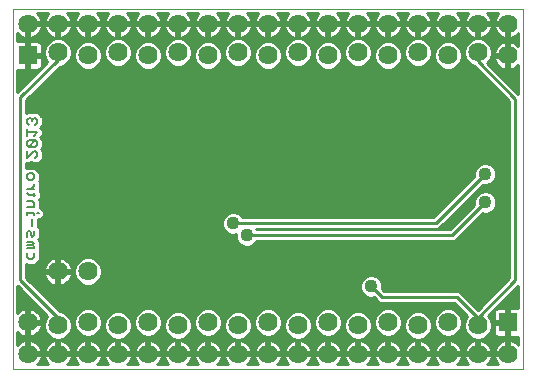
<source format=gbl>
G75*
G70*
%OFA0B0*%
%FSLAX24Y24*%
%IPPOS*%
%LPD*%
%AMOC8*
5,1,8,0,0,1.08239X$1,22.5*
%
%ADD10C,0.0000*%
%ADD11C,0.0080*%
%ADD12R,0.0640X0.0640*%
%ADD13C,0.0640*%
%ADD14C,0.0100*%
%ADD15C,0.0436*%
D10*
X001068Y000786D02*
X001068Y012786D01*
X018068Y012786D01*
X018068Y000786D01*
X001068Y000786D01*
D11*
X001612Y004451D02*
X001558Y004504D01*
X001558Y004665D01*
X001558Y004819D02*
X001772Y004819D01*
X001772Y004873D01*
X001718Y004926D01*
X001772Y004980D01*
X001718Y005033D01*
X001558Y005033D01*
X001558Y004926D02*
X001718Y004926D01*
X001718Y005188D02*
X001665Y005241D01*
X001665Y005348D01*
X001612Y005401D01*
X001558Y005348D01*
X001558Y005188D01*
X001718Y005188D02*
X001772Y005241D01*
X001772Y005401D01*
X001718Y005556D02*
X001718Y005770D01*
X001772Y005924D02*
X001772Y005978D01*
X001558Y005978D01*
X001558Y006031D02*
X001558Y005924D01*
X001558Y006170D02*
X001772Y006170D01*
X001772Y006330D01*
X001718Y006383D01*
X001558Y006383D01*
X001612Y006592D02*
X001558Y006645D01*
X001612Y006592D02*
X001825Y006592D01*
X001772Y006645D02*
X001772Y006538D01*
X001772Y006784D02*
X001558Y006784D01*
X001665Y006784D02*
X001772Y006890D01*
X001772Y006944D01*
X001718Y007091D02*
X001612Y007091D01*
X001558Y007144D01*
X001558Y007251D01*
X001612Y007304D01*
X001718Y007304D01*
X001772Y007251D01*
X001772Y007144D01*
X001718Y007091D01*
X001825Y007827D02*
X001879Y007881D01*
X001879Y007987D01*
X001825Y008041D01*
X001772Y008041D01*
X001558Y007827D01*
X001558Y008041D01*
X001612Y008196D02*
X001825Y008409D01*
X001612Y008409D01*
X001558Y008356D01*
X001558Y008249D01*
X001612Y008196D01*
X001825Y008196D01*
X001879Y008249D01*
X001879Y008356D01*
X001825Y008409D01*
X001772Y008564D02*
X001879Y008671D01*
X001558Y008671D01*
X001558Y008777D02*
X001558Y008564D01*
X001612Y008932D02*
X001558Y008985D01*
X001558Y009092D01*
X001612Y009146D01*
X001665Y009146D01*
X001718Y009092D01*
X001718Y009039D01*
X001718Y009092D02*
X001772Y009146D01*
X001825Y009146D01*
X001879Y009092D01*
X001879Y008985D01*
X001825Y008932D01*
X001879Y005978D02*
X001932Y005978D01*
X001772Y004665D02*
X001772Y004504D01*
X001718Y004451D01*
X001612Y004451D01*
D12*
X001568Y011236D03*
X017568Y002336D03*
D13*
X016568Y002236D03*
X015568Y002336D03*
X014568Y002236D03*
X013568Y002336D03*
X012568Y002236D03*
X011568Y002336D03*
X010568Y002236D03*
X009568Y002336D03*
X008568Y002236D03*
X007568Y002336D03*
X006568Y002236D03*
X005568Y002336D03*
X004568Y002236D03*
X003568Y002336D03*
X002568Y002236D03*
X001568Y002336D03*
X001568Y001286D03*
X002568Y001286D03*
X003568Y001286D03*
X004568Y001286D03*
X005568Y001286D03*
X006568Y001286D03*
X007568Y001286D03*
X008568Y001286D03*
X009568Y001286D03*
X010568Y001286D03*
X011568Y001286D03*
X012568Y001286D03*
X013568Y001286D03*
X014568Y001286D03*
X015568Y001286D03*
X016568Y001286D03*
X017568Y001286D03*
X017568Y011236D03*
X016568Y011336D03*
X015568Y011236D03*
X014568Y011336D03*
X013568Y011236D03*
X012568Y011336D03*
X011568Y011236D03*
X010568Y011336D03*
X009568Y011236D03*
X008568Y011336D03*
X007568Y011236D03*
X006568Y011336D03*
X005568Y011236D03*
X004568Y011336D03*
X003568Y011236D03*
X002568Y011336D03*
X002568Y012286D03*
X001568Y012286D03*
X003568Y012286D03*
X004568Y012286D03*
X005568Y012286D03*
X006568Y012286D03*
X007568Y012286D03*
X008568Y012286D03*
X009568Y012286D03*
X010568Y012286D03*
X011568Y012286D03*
X012568Y012286D03*
X013568Y012286D03*
X014568Y012286D03*
X015568Y012286D03*
X016568Y012286D03*
X017568Y012286D03*
X003568Y004036D03*
X002568Y004036D03*
D14*
X002518Y004038D02*
X001518Y004038D01*
X001518Y003940D02*
X002108Y003940D01*
X002110Y003926D02*
X002100Y003986D01*
X002518Y003986D01*
X002518Y004086D01*
X002100Y004086D01*
X002110Y004146D01*
X002133Y004217D01*
X002166Y004282D01*
X002210Y004342D01*
X002262Y004395D01*
X002322Y004438D01*
X002388Y004472D01*
X002458Y004495D01*
X002518Y004504D01*
X002518Y004086D01*
X002618Y004086D01*
X002618Y004504D01*
X002678Y004495D01*
X002749Y004472D01*
X002815Y004438D01*
X002874Y004395D01*
X002927Y004342D01*
X002970Y004282D01*
X003004Y004217D01*
X003027Y004146D01*
X003036Y004086D01*
X002619Y004086D01*
X002619Y003986D01*
X003036Y003986D01*
X003027Y003926D01*
X003004Y003856D01*
X002970Y003790D01*
X002927Y003730D01*
X002874Y003678D01*
X002815Y003634D01*
X002749Y003601D01*
X002678Y003578D01*
X002618Y003568D01*
X002618Y003986D01*
X002518Y003986D01*
X002518Y003568D01*
X002458Y003578D01*
X002388Y003601D01*
X002322Y003634D01*
X002262Y003678D01*
X002210Y003730D01*
X002166Y003790D01*
X002133Y003856D01*
X002110Y003926D01*
X002140Y003841D02*
X001518Y003841D01*
X001518Y003819D02*
X001518Y004276D01*
X001533Y004261D01*
X001690Y004261D01*
X001719Y004261D01*
X001797Y004261D01*
X001797Y004261D01*
X001851Y004314D01*
X001961Y004425D01*
X001962Y004426D01*
X001962Y004504D01*
X001962Y004583D01*
X001962Y004583D01*
X001962Y004741D01*
X001962Y004794D01*
X001962Y004901D01*
X001962Y005058D01*
X001910Y005110D01*
X001962Y005162D01*
X001962Y005242D01*
X001962Y005320D01*
X001962Y005480D01*
X001908Y005533D01*
X001908Y005788D01*
X002011Y005788D01*
X002122Y005899D01*
X002122Y006056D01*
X002011Y006168D01*
X001962Y006168D01*
X001962Y006251D01*
X001962Y006409D01*
X001936Y006434D01*
X002015Y006513D01*
X002015Y006670D01*
X001962Y006724D01*
X001962Y006812D01*
X001962Y006969D01*
X001962Y007023D01*
X001940Y007044D01*
X001961Y007064D01*
X001962Y007065D01*
X001962Y007143D01*
X001962Y007223D01*
X001962Y007329D01*
X001851Y007441D01*
X001797Y007494D01*
X001690Y007494D01*
X001612Y007494D01*
X001533Y007494D01*
X001518Y007479D01*
X001518Y007637D01*
X001637Y007637D01*
X001692Y007692D01*
X001746Y007637D01*
X001904Y007637D01*
X002069Y007802D01*
X002069Y007959D01*
X002069Y007988D01*
X002069Y008066D01*
X002069Y008066D01*
X002016Y008118D01*
X002069Y008170D01*
X002069Y008355D01*
X002069Y008434D01*
X002069Y008434D01*
X002069Y008434D01*
X002015Y008488D01*
X001990Y008513D01*
X002069Y008592D01*
X002069Y008749D01*
X001990Y008828D01*
X002069Y008907D01*
X002069Y009091D01*
X002069Y009171D01*
X002069Y009171D01*
X002015Y009224D01*
X002015Y009224D01*
X001904Y009336D01*
X001851Y009336D01*
X001824Y009336D01*
X001747Y009336D01*
X001747Y009336D01*
X001744Y009336D01*
X001690Y009336D01*
X001611Y009336D01*
X001533Y009336D01*
X001533Y009336D01*
X001532Y009334D01*
X001518Y009321D01*
X001518Y009753D01*
X002631Y010866D01*
X002662Y010866D01*
X002835Y010938D01*
X002967Y011070D01*
X003038Y011243D01*
X003038Y011430D01*
X002967Y011602D01*
X002835Y011735D01*
X002662Y011806D01*
X002475Y011806D01*
X002302Y011735D01*
X002170Y011602D01*
X002098Y011430D01*
X002098Y011243D01*
X002170Y011070D01*
X002220Y011020D01*
X001235Y010036D01*
X001218Y010019D01*
X001218Y010769D01*
X001229Y010766D01*
X001518Y010766D01*
X001518Y011186D01*
X001618Y011186D01*
X001618Y010766D01*
X001908Y010766D01*
X001946Y010776D01*
X001980Y010796D01*
X002008Y010824D01*
X002028Y010858D01*
X002038Y010896D01*
X002038Y011186D01*
X001619Y011186D01*
X001619Y011286D01*
X002038Y011286D01*
X002038Y011576D01*
X002028Y011614D01*
X002008Y011648D01*
X001980Y011676D01*
X001946Y011696D01*
X001908Y011706D01*
X001618Y011706D01*
X001618Y011286D01*
X001518Y011286D01*
X001518Y011706D01*
X001229Y011706D01*
X001218Y011703D01*
X001218Y011972D01*
X001262Y011928D01*
X001322Y011884D01*
X001388Y011851D01*
X001458Y011828D01*
X001518Y011818D01*
X001518Y012236D01*
X001618Y012236D01*
X001618Y011818D01*
X001678Y011828D01*
X001749Y011851D01*
X001815Y011884D01*
X001874Y011928D01*
X001927Y011980D01*
X001970Y012040D01*
X002004Y012106D01*
X002027Y012176D01*
X002036Y012236D01*
X001619Y012236D01*
X001619Y012336D01*
X002036Y012336D01*
X002027Y012396D01*
X002004Y012467D01*
X001970Y012532D01*
X001927Y012592D01*
X001883Y012636D01*
X002254Y012636D01*
X002210Y012592D01*
X002166Y012532D01*
X002133Y012467D01*
X002110Y012396D01*
X002100Y012336D01*
X002518Y012336D01*
X002518Y012236D01*
X002100Y012236D01*
X002110Y012176D01*
X002133Y012106D01*
X002166Y012040D01*
X002210Y011980D01*
X002262Y011928D01*
X002322Y011884D01*
X002388Y011851D01*
X002458Y011828D01*
X002518Y011818D01*
X002518Y012236D01*
X002618Y012236D01*
X002618Y011818D01*
X002678Y011828D01*
X002749Y011851D01*
X002815Y011884D01*
X002874Y011928D01*
X002927Y011980D01*
X002970Y012040D01*
X003004Y012106D01*
X003027Y012176D01*
X003036Y012236D01*
X002619Y012236D01*
X002619Y012336D01*
X003036Y012336D01*
X003027Y012396D01*
X003004Y012467D01*
X002970Y012532D01*
X002927Y012592D01*
X002883Y012636D01*
X003254Y012636D01*
X003210Y012592D01*
X003166Y012532D01*
X003133Y012467D01*
X003110Y012396D01*
X003100Y012336D01*
X003518Y012336D01*
X003518Y012236D01*
X003100Y012236D01*
X003110Y012176D01*
X003133Y012106D01*
X003166Y012040D01*
X003210Y011980D01*
X003262Y011928D01*
X003322Y011884D01*
X003388Y011851D01*
X003458Y011828D01*
X003518Y011818D01*
X003518Y012236D01*
X003618Y012236D01*
X003618Y011818D01*
X003678Y011828D01*
X003749Y011851D01*
X003815Y011884D01*
X003874Y011928D01*
X003927Y011980D01*
X003970Y012040D01*
X004004Y012106D01*
X004027Y012176D01*
X004036Y012236D01*
X003619Y012236D01*
X003619Y012336D01*
X004036Y012336D01*
X004027Y012396D01*
X004004Y012467D01*
X003970Y012532D01*
X003927Y012592D01*
X003883Y012636D01*
X004254Y012636D01*
X004210Y012592D01*
X004166Y012532D01*
X004133Y012467D01*
X004110Y012396D01*
X004100Y012336D01*
X004518Y012336D01*
X004518Y012236D01*
X004100Y012236D01*
X004110Y012176D01*
X004133Y012106D01*
X004166Y012040D01*
X004210Y011980D01*
X004262Y011928D01*
X004322Y011884D01*
X004388Y011851D01*
X004458Y011828D01*
X004518Y011818D01*
X004518Y012236D01*
X004618Y012236D01*
X004618Y011818D01*
X004678Y011828D01*
X004749Y011851D01*
X004815Y011884D01*
X004874Y011928D01*
X004927Y011980D01*
X004970Y012040D01*
X005004Y012106D01*
X005027Y012176D01*
X005036Y012236D01*
X004619Y012236D01*
X004619Y012336D01*
X005036Y012336D01*
X005027Y012396D01*
X005004Y012467D01*
X004970Y012532D01*
X004927Y012592D01*
X004883Y012636D01*
X005254Y012636D01*
X005210Y012592D01*
X005166Y012532D01*
X005133Y012467D01*
X005110Y012396D01*
X005100Y012336D01*
X005518Y012336D01*
X005518Y012236D01*
X005100Y012236D01*
X005110Y012176D01*
X005133Y012106D01*
X005166Y012040D01*
X005210Y011980D01*
X005262Y011928D01*
X005322Y011884D01*
X005388Y011851D01*
X005458Y011828D01*
X005518Y011818D01*
X005518Y012236D01*
X005618Y012236D01*
X005618Y011818D01*
X005678Y011828D01*
X005749Y011851D01*
X005815Y011884D01*
X005874Y011928D01*
X005927Y011980D01*
X005970Y012040D01*
X006004Y012106D01*
X006027Y012176D01*
X006036Y012236D01*
X005619Y012236D01*
X005619Y012336D01*
X006036Y012336D01*
X006027Y012396D01*
X006004Y012467D01*
X005970Y012532D01*
X005927Y012592D01*
X005883Y012636D01*
X006254Y012636D01*
X006210Y012592D01*
X006166Y012532D01*
X006133Y012467D01*
X006110Y012396D01*
X006100Y012336D01*
X006518Y012336D01*
X006518Y012236D01*
X006100Y012236D01*
X006110Y012176D01*
X006133Y012106D01*
X006166Y012040D01*
X006210Y011980D01*
X006262Y011928D01*
X006322Y011884D01*
X006388Y011851D01*
X006458Y011828D01*
X006518Y011818D01*
X006518Y012236D01*
X006618Y012236D01*
X006618Y011818D01*
X006678Y011828D01*
X006749Y011851D01*
X006815Y011884D01*
X006874Y011928D01*
X006927Y011980D01*
X006970Y012040D01*
X007004Y012106D01*
X007027Y012176D01*
X007036Y012236D01*
X006619Y012236D01*
X006619Y012336D01*
X007036Y012336D01*
X007027Y012396D01*
X007004Y012467D01*
X006970Y012532D01*
X006927Y012592D01*
X006883Y012636D01*
X007254Y012636D01*
X007210Y012592D01*
X007166Y012532D01*
X007133Y012467D01*
X007110Y012396D01*
X007100Y012336D01*
X007518Y012336D01*
X007518Y012236D01*
X007100Y012236D01*
X007110Y012176D01*
X007133Y012106D01*
X007166Y012040D01*
X007210Y011980D01*
X007262Y011928D01*
X007322Y011884D01*
X007388Y011851D01*
X007458Y011828D01*
X007518Y011818D01*
X007518Y012236D01*
X007618Y012236D01*
X007618Y011818D01*
X007678Y011828D01*
X007749Y011851D01*
X007815Y011884D01*
X007874Y011928D01*
X007927Y011980D01*
X007970Y012040D01*
X008004Y012106D01*
X008027Y012176D01*
X008036Y012236D01*
X007619Y012236D01*
X007619Y012336D01*
X008036Y012336D01*
X008027Y012396D01*
X008004Y012467D01*
X007970Y012532D01*
X007927Y012592D01*
X007883Y012636D01*
X008254Y012636D01*
X008210Y012592D01*
X008166Y012532D01*
X008133Y012467D01*
X008110Y012396D01*
X008100Y012336D01*
X008518Y012336D01*
X008518Y012236D01*
X008100Y012236D01*
X008110Y012176D01*
X008133Y012106D01*
X008166Y012040D01*
X008210Y011980D01*
X008262Y011928D01*
X008322Y011884D01*
X008388Y011851D01*
X008458Y011828D01*
X008518Y011818D01*
X008518Y012236D01*
X008618Y012236D01*
X008618Y011818D01*
X008678Y011828D01*
X008749Y011851D01*
X008815Y011884D01*
X008874Y011928D01*
X008927Y011980D01*
X008970Y012040D01*
X009004Y012106D01*
X009027Y012176D01*
X009036Y012236D01*
X008619Y012236D01*
X008619Y012336D01*
X009036Y012336D01*
X009027Y012396D01*
X009004Y012467D01*
X008970Y012532D01*
X008927Y012592D01*
X008883Y012636D01*
X009254Y012636D01*
X009210Y012592D01*
X009166Y012532D01*
X009133Y012467D01*
X009110Y012396D01*
X009100Y012336D01*
X009518Y012336D01*
X009518Y012236D01*
X009100Y012236D01*
X009110Y012176D01*
X009133Y012106D01*
X009166Y012040D01*
X009210Y011980D01*
X009262Y011928D01*
X009322Y011884D01*
X009388Y011851D01*
X009458Y011828D01*
X009518Y011818D01*
X009518Y012236D01*
X009618Y012236D01*
X009618Y011818D01*
X009678Y011828D01*
X009749Y011851D01*
X009815Y011884D01*
X009874Y011928D01*
X009927Y011980D01*
X009970Y012040D01*
X010004Y012106D01*
X010027Y012176D01*
X010036Y012236D01*
X009619Y012236D01*
X009619Y012336D01*
X010036Y012336D01*
X010027Y012396D01*
X010004Y012467D01*
X009970Y012532D01*
X009927Y012592D01*
X009883Y012636D01*
X010254Y012636D01*
X010210Y012592D01*
X010166Y012532D01*
X010133Y012467D01*
X010110Y012396D01*
X010100Y012336D01*
X010518Y012336D01*
X010518Y012236D01*
X010100Y012236D01*
X010110Y012176D01*
X010133Y012106D01*
X010166Y012040D01*
X010210Y011980D01*
X010262Y011928D01*
X010322Y011884D01*
X010388Y011851D01*
X010458Y011828D01*
X010518Y011818D01*
X010518Y012236D01*
X010618Y012236D01*
X010618Y011818D01*
X010678Y011828D01*
X010749Y011851D01*
X010815Y011884D01*
X010874Y011928D01*
X010927Y011980D01*
X010970Y012040D01*
X011004Y012106D01*
X011027Y012176D01*
X011036Y012236D01*
X010619Y012236D01*
X010619Y012336D01*
X011036Y012336D01*
X011027Y012396D01*
X011004Y012467D01*
X010970Y012532D01*
X010927Y012592D01*
X010883Y012636D01*
X011254Y012636D01*
X011210Y012592D01*
X011166Y012532D01*
X011133Y012467D01*
X011110Y012396D01*
X011100Y012336D01*
X011518Y012336D01*
X011518Y012236D01*
X011100Y012236D01*
X011110Y012176D01*
X011133Y012106D01*
X011166Y012040D01*
X011210Y011980D01*
X011262Y011928D01*
X011322Y011884D01*
X011388Y011851D01*
X011458Y011828D01*
X011518Y011818D01*
X011518Y012236D01*
X011618Y012236D01*
X011618Y011818D01*
X011678Y011828D01*
X011749Y011851D01*
X011815Y011884D01*
X011874Y011928D01*
X011927Y011980D01*
X011970Y012040D01*
X012004Y012106D01*
X012027Y012176D01*
X012036Y012236D01*
X011619Y012236D01*
X011619Y012336D01*
X012036Y012336D01*
X012027Y012396D01*
X012004Y012467D01*
X011970Y012532D01*
X011927Y012592D01*
X011883Y012636D01*
X012254Y012636D01*
X012210Y012592D01*
X012166Y012532D01*
X012133Y012467D01*
X012110Y012396D01*
X012100Y012336D01*
X012518Y012336D01*
X012518Y012236D01*
X012100Y012236D01*
X012110Y012176D01*
X012133Y012106D01*
X012166Y012040D01*
X012210Y011980D01*
X012262Y011928D01*
X012322Y011884D01*
X012388Y011851D01*
X012458Y011828D01*
X012518Y011818D01*
X012518Y012236D01*
X012618Y012236D01*
X012618Y011818D01*
X012678Y011828D01*
X012749Y011851D01*
X012815Y011884D01*
X012874Y011928D01*
X012927Y011980D01*
X012970Y012040D01*
X013004Y012106D01*
X013027Y012176D01*
X013036Y012236D01*
X012619Y012236D01*
X012619Y012336D01*
X013036Y012336D01*
X013027Y012396D01*
X013004Y012467D01*
X012970Y012532D01*
X012927Y012592D01*
X012883Y012636D01*
X013254Y012636D01*
X013210Y012592D01*
X013166Y012532D01*
X013133Y012467D01*
X013110Y012396D01*
X013100Y012336D01*
X013518Y012336D01*
X013518Y012236D01*
X013100Y012236D01*
X013110Y012176D01*
X013133Y012106D01*
X013166Y012040D01*
X013210Y011980D01*
X013262Y011928D01*
X013322Y011884D01*
X013388Y011851D01*
X013458Y011828D01*
X013518Y011818D01*
X013518Y012236D01*
X013618Y012236D01*
X013618Y011818D01*
X013678Y011828D01*
X013749Y011851D01*
X013815Y011884D01*
X013874Y011928D01*
X013927Y011980D01*
X013970Y012040D01*
X014004Y012106D01*
X014027Y012176D01*
X014036Y012236D01*
X013619Y012236D01*
X013619Y012336D01*
X014036Y012336D01*
X014027Y012396D01*
X014004Y012467D01*
X013970Y012532D01*
X013927Y012592D01*
X013883Y012636D01*
X014254Y012636D01*
X014210Y012592D01*
X014166Y012532D01*
X014133Y012467D01*
X014110Y012396D01*
X014100Y012336D01*
X014518Y012336D01*
X014518Y012236D01*
X014100Y012236D01*
X014110Y012176D01*
X014133Y012106D01*
X014166Y012040D01*
X014210Y011980D01*
X014262Y011928D01*
X014322Y011884D01*
X014388Y011851D01*
X014458Y011828D01*
X014518Y011818D01*
X014518Y012236D01*
X014618Y012236D01*
X014618Y011818D01*
X014678Y011828D01*
X014749Y011851D01*
X014815Y011884D01*
X014874Y011928D01*
X014927Y011980D01*
X014970Y012040D01*
X015004Y012106D01*
X015027Y012176D01*
X015036Y012236D01*
X014619Y012236D01*
X014619Y012336D01*
X015036Y012336D01*
X015027Y012396D01*
X015004Y012467D01*
X014970Y012532D01*
X014927Y012592D01*
X014883Y012636D01*
X015254Y012636D01*
X015210Y012592D01*
X015166Y012532D01*
X015133Y012467D01*
X015110Y012396D01*
X015100Y012336D01*
X015518Y012336D01*
X015518Y012236D01*
X015100Y012236D01*
X015110Y012176D01*
X015133Y012106D01*
X015166Y012040D01*
X015210Y011980D01*
X015262Y011928D01*
X015322Y011884D01*
X015388Y011851D01*
X015458Y011828D01*
X015518Y011818D01*
X015518Y012236D01*
X015618Y012236D01*
X015618Y011818D01*
X015678Y011828D01*
X015749Y011851D01*
X015815Y011884D01*
X015874Y011928D01*
X015927Y011980D01*
X015970Y012040D01*
X016004Y012106D01*
X016027Y012176D01*
X016036Y012236D01*
X015619Y012236D01*
X015619Y012336D01*
X016036Y012336D01*
X016027Y012396D01*
X016004Y012467D01*
X015970Y012532D01*
X015927Y012592D01*
X015883Y012636D01*
X016254Y012636D01*
X016210Y012592D01*
X016166Y012532D01*
X016133Y012467D01*
X016110Y012396D01*
X016100Y012336D01*
X016518Y012336D01*
X016518Y012236D01*
X016100Y012236D01*
X016110Y012176D01*
X016133Y012106D01*
X016166Y012040D01*
X016210Y011980D01*
X016262Y011928D01*
X016322Y011884D01*
X016388Y011851D01*
X016458Y011828D01*
X016518Y011818D01*
X016518Y012236D01*
X016618Y012236D01*
X016618Y011818D01*
X016678Y011828D01*
X016749Y011851D01*
X016815Y011884D01*
X016874Y011928D01*
X016927Y011980D01*
X016970Y012040D01*
X017004Y012106D01*
X017027Y012176D01*
X017036Y012236D01*
X016619Y012236D01*
X016619Y012336D01*
X017036Y012336D01*
X017027Y012396D01*
X017004Y012467D01*
X016970Y012532D01*
X016927Y012592D01*
X016883Y012636D01*
X017254Y012636D01*
X017210Y012592D01*
X017166Y012532D01*
X017133Y012467D01*
X017110Y012396D01*
X017100Y012336D01*
X017518Y012336D01*
X017518Y012236D01*
X017100Y012236D01*
X017110Y012176D01*
X017133Y012106D01*
X017166Y012040D01*
X017210Y011980D01*
X017262Y011928D01*
X017322Y011884D01*
X017388Y011851D01*
X017458Y011828D01*
X017518Y011818D01*
X017518Y012236D01*
X017618Y012236D01*
X017618Y011818D01*
X017678Y011828D01*
X017749Y011851D01*
X017815Y011884D01*
X017874Y011928D01*
X017918Y011972D01*
X017918Y011551D01*
X017874Y011595D01*
X017815Y011638D01*
X017749Y011672D01*
X017678Y011695D01*
X017618Y011704D01*
X017618Y011286D01*
X017518Y011286D01*
X017518Y011186D01*
X017100Y011186D01*
X017110Y011126D01*
X017133Y011056D01*
X017166Y010990D01*
X017210Y010930D01*
X017262Y010878D01*
X017322Y010834D01*
X017388Y010801D01*
X017458Y010778D01*
X017518Y010768D01*
X017518Y011186D01*
X017618Y011186D01*
X017618Y010768D01*
X017678Y010778D01*
X017749Y010801D01*
X017815Y010834D01*
X017874Y010878D01*
X017918Y010922D01*
X017918Y009969D01*
X016892Y010995D01*
X016967Y011070D01*
X017038Y011243D01*
X017038Y011430D01*
X016967Y011602D01*
X016835Y011735D01*
X016662Y011806D01*
X016475Y011806D01*
X016302Y011735D01*
X016170Y011602D01*
X016098Y011430D01*
X016098Y011243D01*
X016170Y011070D01*
X016302Y010938D01*
X016442Y010880D01*
X016485Y010836D01*
X017618Y009703D01*
X017618Y003819D01*
X016568Y002769D01*
X015951Y003386D01*
X015785Y003386D01*
X013451Y003386D01*
X013383Y003454D01*
X013386Y003463D01*
X013386Y003609D01*
X013330Y003745D01*
X013227Y003848D01*
X013092Y003904D01*
X012945Y003904D01*
X012810Y003848D01*
X012706Y003745D01*
X012650Y003609D01*
X012650Y003463D01*
X012706Y003328D01*
X012810Y003224D01*
X012945Y003168D01*
X013092Y003168D01*
X013100Y003172D01*
X013168Y003103D01*
X013285Y002986D01*
X015785Y002986D01*
X016220Y002552D01*
X016170Y002502D01*
X016098Y002330D01*
X016098Y002143D01*
X016170Y001970D01*
X016302Y001838D01*
X016475Y001766D01*
X016662Y001766D01*
X016835Y001838D01*
X016967Y001970D01*
X017038Y002143D01*
X017038Y002330D01*
X016967Y002502D01*
X016917Y002552D01*
X017901Y003536D01*
X017918Y003553D01*
X017918Y002803D01*
X017908Y002806D01*
X017618Y002806D01*
X017618Y002386D01*
X017518Y002386D01*
X017518Y002286D01*
X017098Y002286D01*
X017098Y001996D01*
X017109Y001958D01*
X017128Y001924D01*
X017156Y001896D01*
X017190Y001876D01*
X017229Y001866D01*
X017518Y001866D01*
X017518Y002286D01*
X017618Y002286D01*
X017618Y001866D01*
X017908Y001866D01*
X017918Y001869D01*
X017918Y001601D01*
X017874Y001645D01*
X017815Y001688D01*
X017749Y001722D01*
X017678Y001745D01*
X017618Y001754D01*
X017618Y001336D01*
X017518Y001336D01*
X017518Y001236D01*
X017100Y001236D01*
X017110Y001176D01*
X017133Y001106D01*
X017166Y001040D01*
X017210Y000980D01*
X017254Y000936D01*
X016883Y000936D01*
X016927Y000980D01*
X016970Y001040D01*
X017004Y001106D01*
X017027Y001176D01*
X017036Y001236D01*
X016619Y001236D01*
X016619Y001336D01*
X017036Y001336D01*
X017027Y001396D01*
X017004Y001467D01*
X016970Y001532D01*
X016927Y001592D01*
X016874Y001645D01*
X016815Y001688D01*
X016749Y001722D01*
X016678Y001745D01*
X016618Y001754D01*
X016618Y001336D01*
X016518Y001336D01*
X016518Y001236D01*
X016100Y001236D01*
X016110Y001176D01*
X016133Y001106D01*
X016166Y001040D01*
X016210Y000980D01*
X016254Y000936D01*
X015883Y000936D01*
X015927Y000980D01*
X015970Y001040D01*
X016004Y001106D01*
X016027Y001176D01*
X016036Y001236D01*
X015619Y001236D01*
X015619Y001336D01*
X016036Y001336D01*
X016027Y001396D01*
X016004Y001467D01*
X015970Y001532D01*
X015927Y001592D01*
X015874Y001645D01*
X015815Y001688D01*
X015749Y001722D01*
X015678Y001745D01*
X015618Y001754D01*
X015618Y001336D01*
X015518Y001336D01*
X015518Y001236D01*
X015100Y001236D01*
X015110Y001176D01*
X015133Y001106D01*
X015166Y001040D01*
X015210Y000980D01*
X015254Y000936D01*
X014883Y000936D01*
X014927Y000980D01*
X014970Y001040D01*
X015004Y001106D01*
X015027Y001176D01*
X015036Y001236D01*
X014619Y001236D01*
X014619Y001336D01*
X015036Y001336D01*
X015027Y001396D01*
X015004Y001467D01*
X014970Y001532D01*
X014927Y001592D01*
X014874Y001645D01*
X014815Y001688D01*
X014749Y001722D01*
X014678Y001745D01*
X014618Y001754D01*
X014618Y001336D01*
X014518Y001336D01*
X014518Y001236D01*
X014100Y001236D01*
X014110Y001176D01*
X014133Y001106D01*
X014166Y001040D01*
X014210Y000980D01*
X014254Y000936D01*
X013883Y000936D01*
X013927Y000980D01*
X013970Y001040D01*
X014004Y001106D01*
X014027Y001176D01*
X014036Y001236D01*
X013619Y001236D01*
X013619Y001336D01*
X014036Y001336D01*
X014027Y001396D01*
X014004Y001467D01*
X013970Y001532D01*
X013927Y001592D01*
X013874Y001645D01*
X013815Y001688D01*
X013749Y001722D01*
X013678Y001745D01*
X013618Y001754D01*
X013618Y001336D01*
X013518Y001336D01*
X013518Y001236D01*
X013100Y001236D01*
X013110Y001176D01*
X013133Y001106D01*
X013166Y001040D01*
X013210Y000980D01*
X013254Y000936D01*
X012883Y000936D01*
X012927Y000980D01*
X012970Y001040D01*
X013004Y001106D01*
X013027Y001176D01*
X013036Y001236D01*
X012619Y001236D01*
X012619Y001336D01*
X013036Y001336D01*
X013027Y001396D01*
X013004Y001467D01*
X012970Y001532D01*
X012927Y001592D01*
X012874Y001645D01*
X012815Y001688D01*
X012749Y001722D01*
X012678Y001745D01*
X012618Y001754D01*
X012618Y001336D01*
X012518Y001336D01*
X012518Y001236D01*
X012100Y001236D01*
X012110Y001176D01*
X012133Y001106D01*
X012166Y001040D01*
X012210Y000980D01*
X012254Y000936D01*
X011883Y000936D01*
X011927Y000980D01*
X011970Y001040D01*
X012004Y001106D01*
X012027Y001176D01*
X012036Y001236D01*
X011619Y001236D01*
X011619Y001336D01*
X012036Y001336D01*
X012027Y001396D01*
X012004Y001467D01*
X011970Y001532D01*
X011927Y001592D01*
X011874Y001645D01*
X011815Y001688D01*
X011749Y001722D01*
X011678Y001745D01*
X011618Y001754D01*
X011618Y001336D01*
X011518Y001336D01*
X011518Y001236D01*
X011100Y001236D01*
X011110Y001176D01*
X011133Y001106D01*
X011166Y001040D01*
X011210Y000980D01*
X011254Y000936D01*
X010883Y000936D01*
X010927Y000980D01*
X010970Y001040D01*
X011004Y001106D01*
X011027Y001176D01*
X011036Y001236D01*
X010619Y001236D01*
X010619Y001336D01*
X011036Y001336D01*
X011027Y001396D01*
X011004Y001467D01*
X010970Y001532D01*
X010927Y001592D01*
X010874Y001645D01*
X010815Y001688D01*
X010749Y001722D01*
X010678Y001745D01*
X010618Y001754D01*
X010618Y001336D01*
X010518Y001336D01*
X010518Y001236D01*
X010100Y001236D01*
X010110Y001176D01*
X010133Y001106D01*
X010166Y001040D01*
X010210Y000980D01*
X010254Y000936D01*
X009883Y000936D01*
X009927Y000980D01*
X009970Y001040D01*
X010004Y001106D01*
X010027Y001176D01*
X010036Y001236D01*
X009619Y001236D01*
X009619Y001336D01*
X010036Y001336D01*
X010027Y001396D01*
X010004Y001467D01*
X009970Y001532D01*
X009927Y001592D01*
X009874Y001645D01*
X009815Y001688D01*
X009749Y001722D01*
X009678Y001745D01*
X009618Y001754D01*
X009618Y001336D01*
X009518Y001336D01*
X009518Y001236D01*
X009100Y001236D01*
X009110Y001176D01*
X009133Y001106D01*
X009166Y001040D01*
X009210Y000980D01*
X009254Y000936D01*
X008883Y000936D01*
X008927Y000980D01*
X008970Y001040D01*
X009004Y001106D01*
X009027Y001176D01*
X009036Y001236D01*
X008619Y001236D01*
X008619Y001336D01*
X009036Y001336D01*
X009027Y001396D01*
X009004Y001467D01*
X008970Y001532D01*
X008927Y001592D01*
X008874Y001645D01*
X008815Y001688D01*
X008749Y001722D01*
X008678Y001745D01*
X008618Y001754D01*
X008618Y001336D01*
X008518Y001336D01*
X008518Y001236D01*
X008100Y001236D01*
X008110Y001176D01*
X008133Y001106D01*
X008166Y001040D01*
X008210Y000980D01*
X008254Y000936D01*
X007883Y000936D01*
X007927Y000980D01*
X007970Y001040D01*
X008004Y001106D01*
X008027Y001176D01*
X008036Y001236D01*
X007619Y001236D01*
X007619Y001336D01*
X008036Y001336D01*
X008027Y001396D01*
X008004Y001467D01*
X007970Y001532D01*
X007927Y001592D01*
X007874Y001645D01*
X007815Y001688D01*
X007749Y001722D01*
X007678Y001745D01*
X007618Y001754D01*
X007618Y001336D01*
X007518Y001336D01*
X007518Y001236D01*
X007100Y001236D01*
X007110Y001176D01*
X007133Y001106D01*
X007166Y001040D01*
X007210Y000980D01*
X007254Y000936D01*
X006883Y000936D01*
X006927Y000980D01*
X006970Y001040D01*
X007004Y001106D01*
X007027Y001176D01*
X007036Y001236D01*
X006619Y001236D01*
X006619Y001336D01*
X007036Y001336D01*
X007027Y001396D01*
X007004Y001467D01*
X006970Y001532D01*
X006927Y001592D01*
X006874Y001645D01*
X006815Y001688D01*
X006749Y001722D01*
X006678Y001745D01*
X006618Y001754D01*
X006618Y001336D01*
X006518Y001336D01*
X006518Y001236D01*
X006100Y001236D01*
X006110Y001176D01*
X006133Y001106D01*
X006166Y001040D01*
X006210Y000980D01*
X006254Y000936D01*
X005883Y000936D01*
X005927Y000980D01*
X005970Y001040D01*
X006004Y001106D01*
X006027Y001176D01*
X006036Y001236D01*
X005619Y001236D01*
X005619Y001336D01*
X006036Y001336D01*
X006027Y001396D01*
X006004Y001467D01*
X005970Y001532D01*
X005927Y001592D01*
X005874Y001645D01*
X005815Y001688D01*
X005749Y001722D01*
X005678Y001745D01*
X005618Y001754D01*
X005618Y001336D01*
X005518Y001336D01*
X005518Y001236D01*
X005100Y001236D01*
X005110Y001176D01*
X005133Y001106D01*
X005166Y001040D01*
X005210Y000980D01*
X005254Y000936D01*
X004883Y000936D01*
X004927Y000980D01*
X004970Y001040D01*
X005004Y001106D01*
X005027Y001176D01*
X005036Y001236D01*
X004619Y001236D01*
X004619Y001336D01*
X005036Y001336D01*
X005027Y001396D01*
X005004Y001467D01*
X004970Y001532D01*
X004927Y001592D01*
X004874Y001645D01*
X004815Y001688D01*
X004749Y001722D01*
X004678Y001745D01*
X004618Y001754D01*
X004618Y001336D01*
X004518Y001336D01*
X004518Y001236D01*
X004100Y001236D01*
X004110Y001176D01*
X004133Y001106D01*
X004166Y001040D01*
X004210Y000980D01*
X004254Y000936D01*
X003883Y000936D01*
X003927Y000980D01*
X003970Y001040D01*
X004004Y001106D01*
X004027Y001176D01*
X004036Y001236D01*
X003619Y001236D01*
X003619Y001336D01*
X004036Y001336D01*
X004027Y001396D01*
X004004Y001467D01*
X003970Y001532D01*
X003927Y001592D01*
X003874Y001645D01*
X003815Y001688D01*
X003749Y001722D01*
X003678Y001745D01*
X003618Y001754D01*
X003618Y001336D01*
X003518Y001336D01*
X003518Y001236D01*
X003100Y001236D01*
X003110Y001176D01*
X003133Y001106D01*
X003166Y001040D01*
X003210Y000980D01*
X003254Y000936D01*
X002883Y000936D01*
X002927Y000980D01*
X002970Y001040D01*
X003004Y001106D01*
X003027Y001176D01*
X003036Y001236D01*
X002619Y001236D01*
X002619Y001336D01*
X003036Y001336D01*
X003027Y001396D01*
X003004Y001467D01*
X002970Y001532D01*
X002927Y001592D01*
X002874Y001645D01*
X002815Y001688D01*
X002749Y001722D01*
X002678Y001745D01*
X002618Y001754D01*
X002618Y001336D01*
X002518Y001336D01*
X002518Y001236D01*
X002100Y001236D01*
X002110Y001176D01*
X002133Y001106D01*
X002166Y001040D01*
X002210Y000980D01*
X002254Y000936D01*
X001883Y000936D01*
X001927Y000980D01*
X001970Y001040D01*
X002004Y001106D01*
X002027Y001176D01*
X002036Y001236D01*
X001619Y001236D01*
X001619Y001336D01*
X002036Y001336D01*
X002027Y001396D01*
X002004Y001467D01*
X001970Y001532D01*
X001927Y001592D01*
X001874Y001645D01*
X001815Y001688D01*
X001749Y001722D01*
X001678Y001745D01*
X001618Y001754D01*
X001618Y001336D01*
X001518Y001336D01*
X001518Y001754D01*
X001458Y001745D01*
X001388Y001722D01*
X001322Y001688D01*
X001262Y001645D01*
X001218Y001601D01*
X001218Y002022D01*
X001262Y001978D01*
X001322Y001934D01*
X001388Y001901D01*
X001458Y001878D01*
X001518Y001868D01*
X001518Y002286D01*
X001618Y002286D01*
X001618Y001868D01*
X001678Y001878D01*
X001749Y001901D01*
X001815Y001934D01*
X001874Y001978D01*
X001927Y002030D01*
X001970Y002090D01*
X002004Y002156D01*
X002027Y002226D01*
X002036Y002286D01*
X001619Y002286D01*
X001619Y002386D01*
X002036Y002386D01*
X002027Y002446D01*
X002004Y002517D01*
X001970Y002582D01*
X001927Y002642D01*
X001874Y002695D01*
X001815Y002738D01*
X001749Y002772D01*
X001678Y002795D01*
X001618Y002804D01*
X001618Y002386D01*
X001518Y002386D01*
X001518Y002804D01*
X001458Y002795D01*
X001388Y002772D01*
X001322Y002738D01*
X001262Y002695D01*
X001218Y002651D01*
X001218Y003553D01*
X001235Y003536D01*
X002220Y002552D01*
X002170Y002502D01*
X002098Y002330D01*
X002098Y002143D01*
X002170Y001970D01*
X002302Y001838D01*
X002475Y001766D01*
X002662Y001766D01*
X002835Y001838D01*
X002967Y001970D01*
X003038Y002143D01*
X003038Y002330D01*
X002967Y002502D01*
X002835Y002635D01*
X002662Y002706D01*
X002631Y002706D01*
X001518Y003819D01*
X001595Y003742D02*
X002201Y003742D01*
X002309Y003644D02*
X001693Y003644D01*
X001792Y003545D02*
X012650Y003545D01*
X012657Y003447D02*
X001890Y003447D01*
X001989Y003348D02*
X012698Y003348D01*
X012784Y003250D02*
X002088Y003250D01*
X002186Y003151D02*
X013120Y003151D01*
X013219Y003053D02*
X002285Y003053D01*
X002383Y002954D02*
X015818Y002954D01*
X015916Y002856D02*
X002482Y002856D01*
X002580Y002757D02*
X003356Y002757D01*
X003302Y002735D02*
X003170Y002602D01*
X003098Y002430D01*
X003098Y002243D01*
X003170Y002070D01*
X003302Y001938D01*
X003475Y001866D01*
X003662Y001866D01*
X003835Y001938D01*
X003967Y002070D01*
X004038Y002243D01*
X004038Y002430D01*
X003967Y002602D01*
X003835Y002735D01*
X003662Y002806D01*
X003475Y002806D01*
X003302Y002735D01*
X003226Y002658D02*
X002777Y002658D01*
X002909Y002560D02*
X003152Y002560D01*
X003112Y002461D02*
X002984Y002461D01*
X003025Y002363D02*
X003098Y002363D01*
X003098Y002264D02*
X003038Y002264D01*
X003038Y002166D02*
X003130Y002166D01*
X003173Y002067D02*
X003007Y002067D01*
X002966Y001969D02*
X003271Y001969D01*
X003465Y001870D02*
X002867Y001870D01*
X002835Y001673D02*
X003301Y001673D01*
X003322Y001688D02*
X003262Y001645D01*
X003210Y001592D01*
X003166Y001532D01*
X003133Y001467D01*
X003110Y001396D01*
X003100Y001336D01*
X003518Y001336D01*
X003518Y001754D01*
X003458Y001745D01*
X003388Y001722D01*
X003322Y001688D01*
X003197Y001574D02*
X002940Y001574D01*
X002999Y001476D02*
X003138Y001476D01*
X003107Y001377D02*
X003030Y001377D01*
X003027Y001180D02*
X003109Y001180D01*
X003145Y001082D02*
X002992Y001082D01*
X002929Y000983D02*
X003207Y000983D01*
X003518Y001279D02*
X002619Y001279D01*
X002618Y001377D02*
X002518Y001377D01*
X002518Y001336D02*
X002518Y001754D01*
X002458Y001745D01*
X002388Y001722D01*
X002322Y001688D01*
X002262Y001645D01*
X002210Y001592D01*
X002166Y001532D01*
X002133Y001467D01*
X002110Y001396D01*
X002100Y001336D01*
X002518Y001336D01*
X002518Y001279D02*
X001619Y001279D01*
X001618Y001377D02*
X001518Y001377D01*
X001518Y001476D02*
X001618Y001476D01*
X001618Y001574D02*
X001518Y001574D01*
X001518Y001673D02*
X001618Y001673D01*
X001618Y001870D02*
X001518Y001870D01*
X001506Y001870D02*
X001218Y001870D01*
X001218Y001772D02*
X002462Y001772D01*
X002518Y001673D02*
X002618Y001673D01*
X002618Y001574D02*
X002518Y001574D01*
X002518Y001476D02*
X002618Y001476D01*
X002301Y001673D02*
X001835Y001673D01*
X001940Y001574D02*
X002197Y001574D01*
X002138Y001476D02*
X001999Y001476D01*
X002030Y001377D02*
X002107Y001377D01*
X002109Y001180D02*
X002027Y001180D01*
X001992Y001082D02*
X002145Y001082D01*
X002207Y000983D02*
X001929Y000983D01*
X001301Y001673D02*
X001218Y001673D01*
X001218Y001969D02*
X001274Y001969D01*
X001518Y001969D02*
X001618Y001969D01*
X001618Y002067D02*
X001518Y002067D01*
X001518Y002166D02*
X001618Y002166D01*
X001618Y002264D02*
X001518Y002264D01*
X001619Y002363D02*
X002112Y002363D01*
X002098Y002264D02*
X002033Y002264D01*
X002007Y002166D02*
X002098Y002166D01*
X002130Y002067D02*
X001954Y002067D01*
X001862Y001969D02*
X002171Y001969D01*
X002270Y001870D02*
X001630Y001870D01*
X001618Y002461D02*
X001518Y002461D01*
X001518Y002560D02*
X001618Y002560D01*
X001618Y002658D02*
X001518Y002658D01*
X001518Y002757D02*
X001618Y002757D01*
X001778Y002757D02*
X002015Y002757D01*
X002113Y002658D02*
X001911Y002658D01*
X001982Y002560D02*
X002212Y002560D01*
X002153Y002461D02*
X002022Y002461D01*
X001916Y002856D02*
X001218Y002856D01*
X001218Y002954D02*
X001818Y002954D01*
X001719Y003053D02*
X001218Y003053D01*
X001218Y003151D02*
X001620Y003151D01*
X001522Y003250D02*
X001218Y003250D01*
X001218Y003348D02*
X001423Y003348D01*
X001325Y003447D02*
X001218Y003447D01*
X001218Y003545D02*
X001226Y003545D01*
X001318Y003736D02*
X001318Y009836D01*
X002568Y011086D01*
X002568Y011336D01*
X002098Y011330D02*
X002038Y011330D01*
X002038Y011429D02*
X002098Y011429D01*
X002139Y011527D02*
X002038Y011527D01*
X002021Y011626D02*
X002193Y011626D01*
X002292Y011724D02*
X001218Y011724D01*
X001218Y011823D02*
X001488Y011823D01*
X001518Y011823D02*
X001618Y011823D01*
X001649Y011823D02*
X002488Y011823D01*
X002518Y011823D02*
X002618Y011823D01*
X002649Y011823D02*
X003488Y011823D01*
X003518Y011823D02*
X003618Y011823D01*
X003649Y011823D02*
X004488Y011823D01*
X004475Y011806D02*
X004302Y011735D01*
X004170Y011602D01*
X004098Y011430D01*
X004098Y011243D01*
X004170Y011070D01*
X004302Y010938D01*
X004475Y010866D01*
X004662Y010866D01*
X004835Y010938D01*
X004967Y011070D01*
X005038Y011243D01*
X005038Y011430D01*
X004967Y011602D01*
X004835Y011735D01*
X004662Y011806D01*
X004475Y011806D01*
X004518Y011823D02*
X004618Y011823D01*
X004649Y011823D02*
X005488Y011823D01*
X005518Y011823D02*
X005618Y011823D01*
X005649Y011823D02*
X006488Y011823D01*
X006475Y011806D02*
X006302Y011735D01*
X006170Y011602D01*
X006098Y011430D01*
X006098Y011243D01*
X006170Y011070D01*
X006302Y010938D01*
X006475Y010866D01*
X006662Y010866D01*
X006835Y010938D01*
X006967Y011070D01*
X007038Y011243D01*
X007038Y011430D01*
X006967Y011602D01*
X006835Y011735D01*
X006662Y011806D01*
X006475Y011806D01*
X006518Y011823D02*
X006618Y011823D01*
X006649Y011823D02*
X007488Y011823D01*
X007518Y011823D02*
X007618Y011823D01*
X007649Y011823D02*
X008488Y011823D01*
X008475Y011806D02*
X008302Y011735D01*
X008170Y011602D01*
X008098Y011430D01*
X008098Y011243D01*
X008170Y011070D01*
X008302Y010938D01*
X008475Y010866D01*
X008662Y010866D01*
X008835Y010938D01*
X008967Y011070D01*
X009038Y011243D01*
X009038Y011430D01*
X008967Y011602D01*
X008835Y011735D01*
X008662Y011806D01*
X008475Y011806D01*
X008518Y011823D02*
X008618Y011823D01*
X008649Y011823D02*
X009488Y011823D01*
X009518Y011823D02*
X009618Y011823D01*
X009649Y011823D02*
X010488Y011823D01*
X010475Y011806D02*
X010302Y011735D01*
X010170Y011602D01*
X010098Y011430D01*
X010098Y011243D01*
X010170Y011070D01*
X010302Y010938D01*
X010475Y010866D01*
X010662Y010866D01*
X010835Y010938D01*
X010967Y011070D01*
X011038Y011243D01*
X011038Y011430D01*
X010967Y011602D01*
X010835Y011735D01*
X010662Y011806D01*
X010475Y011806D01*
X010518Y011823D02*
X010618Y011823D01*
X010649Y011823D02*
X011488Y011823D01*
X011518Y011823D02*
X011618Y011823D01*
X011649Y011823D02*
X012488Y011823D01*
X012475Y011806D02*
X012302Y011735D01*
X012170Y011602D01*
X012098Y011430D01*
X012098Y011243D01*
X012170Y011070D01*
X012302Y010938D01*
X012475Y010866D01*
X012662Y010866D01*
X012835Y010938D01*
X012967Y011070D01*
X013038Y011243D01*
X013038Y011430D01*
X012967Y011602D01*
X012835Y011735D01*
X012662Y011806D01*
X012475Y011806D01*
X012518Y011823D02*
X012618Y011823D01*
X012649Y011823D02*
X013488Y011823D01*
X013518Y011823D02*
X013618Y011823D01*
X013649Y011823D02*
X014488Y011823D01*
X014475Y011806D02*
X014302Y011735D01*
X014170Y011602D01*
X014098Y011430D01*
X014098Y011243D01*
X014170Y011070D01*
X014302Y010938D01*
X014475Y010866D01*
X014662Y010866D01*
X014835Y010938D01*
X014967Y011070D01*
X015038Y011243D01*
X015038Y011430D01*
X014967Y011602D01*
X014835Y011735D01*
X014662Y011806D01*
X014475Y011806D01*
X014518Y011823D02*
X014618Y011823D01*
X014649Y011823D02*
X015488Y011823D01*
X015518Y011823D02*
X015618Y011823D01*
X015649Y011823D02*
X016488Y011823D01*
X016518Y011823D02*
X016618Y011823D01*
X016649Y011823D02*
X017488Y011823D01*
X017518Y011823D02*
X017618Y011823D01*
X017649Y011823D02*
X017918Y011823D01*
X017918Y011922D02*
X017866Y011922D01*
X017918Y011724D02*
X016845Y011724D01*
X016943Y011626D02*
X017305Y011626D01*
X017322Y011638D02*
X017262Y011595D01*
X017210Y011542D01*
X017166Y011482D01*
X017133Y011417D01*
X017110Y011346D01*
X017100Y011286D01*
X017518Y011286D01*
X017518Y011704D01*
X017458Y011695D01*
X017388Y011672D01*
X017322Y011638D01*
X017199Y011527D02*
X016998Y011527D01*
X017038Y011429D02*
X017139Y011429D01*
X017107Y011330D02*
X017038Y011330D01*
X017034Y011232D02*
X017518Y011232D01*
X017518Y011330D02*
X017618Y011330D01*
X017618Y011429D02*
X017518Y011429D01*
X017518Y011527D02*
X017618Y011527D01*
X017618Y011626D02*
X017518Y011626D01*
X017518Y011922D02*
X017618Y011922D01*
X017618Y012020D02*
X017518Y012020D01*
X017518Y012119D02*
X017618Y012119D01*
X017618Y012217D02*
X017518Y012217D01*
X017518Y012316D02*
X016619Y012316D01*
X016618Y012217D02*
X016518Y012217D01*
X016518Y012119D02*
X016618Y012119D01*
X016618Y012020D02*
X016518Y012020D01*
X016518Y011922D02*
X016618Y011922D01*
X016292Y011724D02*
X014845Y011724D01*
X014943Y011626D02*
X015293Y011626D01*
X015302Y011635D02*
X015170Y011502D01*
X015098Y011330D01*
X015098Y011143D01*
X015170Y010970D01*
X015302Y010838D01*
X015475Y010766D01*
X015662Y010766D01*
X015835Y010838D01*
X015967Y010970D01*
X016038Y011143D01*
X016038Y011330D01*
X016098Y011330D01*
X016038Y011330D02*
X015967Y011502D01*
X015835Y011635D01*
X015662Y011706D01*
X015475Y011706D01*
X015302Y011635D01*
X015195Y011527D02*
X014998Y011527D01*
X015038Y011429D02*
X015139Y011429D01*
X015099Y011330D02*
X015038Y011330D01*
X015034Y011232D02*
X015098Y011232D01*
X015102Y011133D02*
X014993Y011133D01*
X014932Y011035D02*
X015143Y011035D01*
X015204Y010936D02*
X014831Y010936D01*
X015302Y010838D02*
X013834Y010838D01*
X013835Y010838D02*
X013967Y010970D01*
X014038Y011143D01*
X014038Y011330D01*
X014098Y011330D01*
X014038Y011330D02*
X013967Y011502D01*
X013835Y011635D01*
X013662Y011706D01*
X013475Y011706D01*
X013302Y011635D01*
X013170Y011502D01*
X013098Y011330D01*
X013098Y011143D01*
X013170Y010970D01*
X013302Y010838D01*
X013475Y010766D01*
X013662Y010766D01*
X013835Y010838D01*
X013933Y010936D02*
X014306Y010936D01*
X014205Y011035D02*
X013994Y011035D01*
X014034Y011133D02*
X014144Y011133D01*
X014103Y011232D02*
X014038Y011232D01*
X013997Y011429D02*
X014098Y011429D01*
X014139Y011527D02*
X013942Y011527D01*
X013843Y011626D02*
X014193Y011626D01*
X014292Y011724D02*
X012845Y011724D01*
X012943Y011626D02*
X013293Y011626D01*
X013195Y011527D02*
X012998Y011527D01*
X013038Y011429D02*
X013139Y011429D01*
X013099Y011330D02*
X013038Y011330D01*
X013034Y011232D02*
X013098Y011232D01*
X013102Y011133D02*
X012993Y011133D01*
X012932Y011035D02*
X013143Y011035D01*
X013204Y010936D02*
X012831Y010936D01*
X013302Y010838D02*
X011834Y010838D01*
X011835Y010838D02*
X011967Y010970D01*
X012038Y011143D01*
X012038Y011330D01*
X012098Y011330D01*
X012038Y011330D02*
X011967Y011502D01*
X011835Y011635D01*
X011662Y011706D01*
X011475Y011706D01*
X011302Y011635D01*
X011170Y011502D01*
X011098Y011330D01*
X011098Y011143D01*
X011170Y010970D01*
X011302Y010838D01*
X011475Y010766D01*
X011662Y010766D01*
X011835Y010838D01*
X011933Y010936D02*
X012306Y010936D01*
X012205Y011035D02*
X011994Y011035D01*
X012034Y011133D02*
X012144Y011133D01*
X012103Y011232D02*
X012038Y011232D01*
X011997Y011429D02*
X012098Y011429D01*
X012139Y011527D02*
X011942Y011527D01*
X011843Y011626D02*
X012193Y011626D01*
X012292Y011724D02*
X010845Y011724D01*
X010943Y011626D02*
X011293Y011626D01*
X011195Y011527D02*
X010998Y011527D01*
X011038Y011429D02*
X011139Y011429D01*
X011099Y011330D02*
X011038Y011330D01*
X011034Y011232D02*
X011098Y011232D01*
X011102Y011133D02*
X010993Y011133D01*
X010932Y011035D02*
X011143Y011035D01*
X011204Y010936D02*
X010831Y010936D01*
X010306Y010936D02*
X009933Y010936D01*
X009967Y010970D02*
X010038Y011143D01*
X010038Y011330D01*
X010098Y011330D01*
X010038Y011330D02*
X009967Y011502D01*
X009835Y011635D01*
X009662Y011706D01*
X009475Y011706D01*
X009302Y011635D01*
X009170Y011502D01*
X009098Y011330D01*
X009098Y011143D01*
X009170Y010970D01*
X009302Y010838D01*
X009475Y010766D01*
X009662Y010766D01*
X009835Y010838D01*
X009967Y010970D01*
X009994Y011035D02*
X010205Y011035D01*
X010144Y011133D02*
X010034Y011133D01*
X010038Y011232D02*
X010103Y011232D01*
X010098Y011429D02*
X009997Y011429D01*
X009942Y011527D02*
X010139Y011527D01*
X010193Y011626D02*
X009843Y011626D01*
X009866Y011922D02*
X010271Y011922D01*
X010181Y012020D02*
X009956Y012020D01*
X010008Y012119D02*
X010129Y012119D01*
X010103Y012217D02*
X010033Y012217D01*
X010021Y012414D02*
X010116Y012414D01*
X010156Y012513D02*
X009980Y012513D01*
X009908Y012611D02*
X010229Y012611D01*
X010518Y012316D02*
X009619Y012316D01*
X009618Y012217D02*
X009518Y012217D01*
X009518Y012119D02*
X009618Y012119D01*
X009618Y012020D02*
X009518Y012020D01*
X009518Y011922D02*
X009618Y011922D01*
X009271Y011922D02*
X008866Y011922D01*
X008956Y012020D02*
X009181Y012020D01*
X009129Y012119D02*
X009008Y012119D01*
X009033Y012217D02*
X009103Y012217D01*
X009116Y012414D02*
X009021Y012414D01*
X008980Y012513D02*
X009156Y012513D01*
X009229Y012611D02*
X008908Y012611D01*
X008619Y012316D02*
X009518Y012316D01*
X008845Y011724D02*
X010292Y011724D01*
X010518Y011922D02*
X010618Y011922D01*
X010618Y012020D02*
X010518Y012020D01*
X010518Y012119D02*
X010618Y012119D01*
X010618Y012217D02*
X010518Y012217D01*
X010619Y012316D02*
X011518Y012316D01*
X011518Y012217D02*
X011618Y012217D01*
X011618Y012119D02*
X011518Y012119D01*
X011518Y012020D02*
X011618Y012020D01*
X011618Y011922D02*
X011518Y011922D01*
X011271Y011922D02*
X010866Y011922D01*
X010956Y012020D02*
X011181Y012020D01*
X011129Y012119D02*
X011008Y012119D01*
X011033Y012217D02*
X011103Y012217D01*
X011116Y012414D02*
X011021Y012414D01*
X010980Y012513D02*
X011156Y012513D01*
X011229Y012611D02*
X010908Y012611D01*
X011619Y012316D02*
X012518Y012316D01*
X012518Y012217D02*
X012618Y012217D01*
X012618Y012119D02*
X012518Y012119D01*
X012518Y012020D02*
X012618Y012020D01*
X012618Y011922D02*
X012518Y011922D01*
X012271Y011922D02*
X011866Y011922D01*
X011956Y012020D02*
X012181Y012020D01*
X012129Y012119D02*
X012008Y012119D01*
X012033Y012217D02*
X012103Y012217D01*
X012116Y012414D02*
X012021Y012414D01*
X011980Y012513D02*
X012156Y012513D01*
X012229Y012611D02*
X011908Y012611D01*
X012619Y012316D02*
X013518Y012316D01*
X013518Y012217D02*
X013618Y012217D01*
X013618Y012119D02*
X013518Y012119D01*
X013518Y012020D02*
X013618Y012020D01*
X013618Y011922D02*
X013518Y011922D01*
X013271Y011922D02*
X012866Y011922D01*
X012956Y012020D02*
X013181Y012020D01*
X013129Y012119D02*
X013008Y012119D01*
X013033Y012217D02*
X013103Y012217D01*
X013116Y012414D02*
X013021Y012414D01*
X012980Y012513D02*
X013156Y012513D01*
X013229Y012611D02*
X012908Y012611D01*
X013619Y012316D02*
X014518Y012316D01*
X014518Y012217D02*
X014618Y012217D01*
X014618Y012119D02*
X014518Y012119D01*
X014518Y012020D02*
X014618Y012020D01*
X014618Y011922D02*
X014518Y011922D01*
X014271Y011922D02*
X013866Y011922D01*
X013956Y012020D02*
X014181Y012020D01*
X014129Y012119D02*
X014008Y012119D01*
X014033Y012217D02*
X014103Y012217D01*
X014116Y012414D02*
X014021Y012414D01*
X013980Y012513D02*
X014156Y012513D01*
X014229Y012611D02*
X013908Y012611D01*
X014619Y012316D02*
X015518Y012316D01*
X015518Y012217D02*
X015618Y012217D01*
X015618Y012119D02*
X015518Y012119D01*
X015518Y012020D02*
X015618Y012020D01*
X015618Y011922D02*
X015518Y011922D01*
X015271Y011922D02*
X014866Y011922D01*
X014956Y012020D02*
X015181Y012020D01*
X015129Y012119D02*
X015008Y012119D01*
X015033Y012217D02*
X015103Y012217D01*
X015116Y012414D02*
X015021Y012414D01*
X014980Y012513D02*
X015156Y012513D01*
X015229Y012611D02*
X014908Y012611D01*
X015619Y012316D02*
X016518Y012316D01*
X016156Y012513D02*
X015980Y012513D01*
X016021Y012414D02*
X016116Y012414D01*
X016229Y012611D02*
X015908Y012611D01*
X016033Y012217D02*
X016103Y012217D01*
X016129Y012119D02*
X016008Y012119D01*
X015956Y012020D02*
X016181Y012020D01*
X016271Y011922D02*
X015866Y011922D01*
X015843Y011626D02*
X016193Y011626D01*
X016139Y011527D02*
X015942Y011527D01*
X015997Y011429D02*
X016098Y011429D01*
X016103Y011232D02*
X016038Y011232D01*
X016034Y011133D02*
X016144Y011133D01*
X016205Y011035D02*
X015994Y011035D01*
X015933Y010936D02*
X016306Y010936D01*
X016484Y010838D02*
X015834Y010838D01*
X016583Y010739D02*
X002504Y010739D01*
X002406Y010640D02*
X016681Y010640D01*
X016780Y010542D02*
X002307Y010542D01*
X002208Y010443D02*
X016878Y010443D01*
X016977Y010345D02*
X002110Y010345D01*
X002011Y010246D02*
X017075Y010246D01*
X017174Y010148D02*
X001913Y010148D01*
X001814Y010049D02*
X017272Y010049D01*
X017371Y009951D02*
X001716Y009951D01*
X001617Y009852D02*
X017469Y009852D01*
X017568Y009754D02*
X001519Y009754D01*
X001518Y009655D02*
X017618Y009655D01*
X017618Y009556D02*
X001518Y009556D01*
X001518Y009458D02*
X017618Y009458D01*
X017618Y009359D02*
X001518Y009359D01*
X001690Y009336D02*
X001690Y009336D01*
X001979Y009261D02*
X017618Y009261D01*
X017618Y009162D02*
X002069Y009162D01*
X002069Y009171D02*
X002069Y009171D01*
X002069Y009064D02*
X017618Y009064D01*
X017618Y008965D02*
X002069Y008965D01*
X002028Y008867D02*
X017618Y008867D01*
X017618Y008768D02*
X002050Y008768D01*
X002069Y008670D02*
X017618Y008670D01*
X017618Y008571D02*
X002048Y008571D01*
X002015Y008488D02*
X002015Y008488D01*
X002030Y008473D02*
X017618Y008473D01*
X017618Y008374D02*
X002069Y008374D01*
X002069Y008275D02*
X017618Y008275D01*
X017618Y008177D02*
X002069Y008177D01*
X002056Y008078D02*
X017618Y008078D01*
X017618Y007980D02*
X002069Y007980D01*
X002069Y008066D02*
X002069Y008066D01*
X002069Y007881D02*
X017618Y007881D01*
X017618Y007783D02*
X002049Y007783D01*
X001951Y007684D02*
X017618Y007684D01*
X017618Y007586D02*
X017039Y007586D01*
X017027Y007598D02*
X016892Y007654D01*
X016745Y007654D01*
X016610Y007598D01*
X016506Y007495D01*
X016450Y007359D01*
X016450Y007213D01*
X016454Y007204D01*
X015085Y005836D01*
X008734Y005836D01*
X008730Y005845D01*
X008627Y005948D01*
X008492Y006004D01*
X008345Y006004D01*
X008210Y005948D01*
X008106Y005845D01*
X008050Y005709D01*
X008050Y005563D01*
X008106Y005428D01*
X008210Y005324D01*
X008345Y005268D01*
X008492Y005268D01*
X008500Y005272D01*
X008500Y005163D01*
X008556Y005028D01*
X008660Y004924D01*
X008795Y004868D01*
X008942Y004868D01*
X009077Y004924D01*
X009180Y005028D01*
X009184Y005036D01*
X015635Y005036D01*
X015801Y005036D01*
X016737Y005972D01*
X016745Y005968D01*
X016892Y005968D01*
X017027Y006024D01*
X017130Y006128D01*
X017186Y006263D01*
X017186Y006409D01*
X017130Y006545D01*
X017027Y006648D01*
X016892Y006704D01*
X016745Y006704D01*
X016610Y006648D01*
X016506Y006545D01*
X016450Y006409D01*
X016450Y006263D01*
X016454Y006254D01*
X015635Y005436D01*
X009184Y005436D01*
X009184Y005436D01*
X015085Y005436D01*
X015251Y005436D01*
X016737Y006922D01*
X016745Y006918D01*
X016892Y006918D01*
X017027Y006974D01*
X017130Y007078D01*
X017186Y007213D01*
X017186Y007359D01*
X017130Y007495D01*
X017027Y007598D01*
X017134Y007487D02*
X017618Y007487D01*
X017618Y007389D02*
X017174Y007389D01*
X017186Y007290D02*
X017618Y007290D01*
X017618Y007191D02*
X017178Y007191D01*
X017137Y007093D02*
X017618Y007093D01*
X017618Y006994D02*
X017047Y006994D01*
X016905Y006699D02*
X017618Y006699D01*
X017618Y006797D02*
X016612Y006797D01*
X016514Y006699D02*
X016732Y006699D01*
X016562Y006600D02*
X016415Y006600D01*
X016488Y006502D02*
X016317Y006502D01*
X016218Y006403D02*
X016450Y006403D01*
X016450Y006305D02*
X016120Y006305D01*
X016021Y006206D02*
X016405Y006206D01*
X016307Y006107D02*
X015922Y006107D01*
X015824Y006009D02*
X016208Y006009D01*
X016110Y005910D02*
X015725Y005910D01*
X015627Y005812D02*
X016011Y005812D01*
X015913Y005713D02*
X015528Y005713D01*
X015430Y005615D02*
X015814Y005615D01*
X015716Y005516D02*
X015331Y005516D01*
X015168Y005636D02*
X016818Y007286D01*
X016450Y007290D02*
X001962Y007290D01*
X001962Y007223D02*
X001962Y007223D01*
X001962Y007191D02*
X016441Y007191D01*
X016342Y007093D02*
X001962Y007093D01*
X001962Y007065D02*
X001962Y007065D01*
X001962Y006994D02*
X016244Y006994D01*
X016145Y006896D02*
X001962Y006896D01*
X001962Y006797D02*
X016047Y006797D01*
X015948Y006699D02*
X001987Y006699D01*
X002015Y006600D02*
X015850Y006600D01*
X015751Y006502D02*
X002004Y006502D01*
X001962Y006403D02*
X015653Y006403D01*
X015554Y006305D02*
X001962Y006305D01*
X001962Y006206D02*
X015455Y006206D01*
X015357Y006107D02*
X002071Y006107D01*
X002122Y006009D02*
X015258Y006009D01*
X015160Y005910D02*
X008665Y005910D01*
X008418Y005636D02*
X015168Y005636D01*
X015718Y005236D02*
X016818Y006336D01*
X017075Y006600D02*
X017618Y006600D01*
X017618Y006502D02*
X017148Y006502D01*
X017186Y006403D02*
X017618Y006403D01*
X017618Y006305D02*
X017186Y006305D01*
X017163Y006206D02*
X017618Y006206D01*
X017618Y006107D02*
X017110Y006107D01*
X016990Y006009D02*
X017618Y006009D01*
X017618Y005910D02*
X016675Y005910D01*
X016577Y005812D02*
X017618Y005812D01*
X017618Y005713D02*
X016478Y005713D01*
X016380Y005615D02*
X017618Y005615D01*
X017618Y005516D02*
X016281Y005516D01*
X016183Y005418D02*
X017618Y005418D01*
X017618Y005319D02*
X016084Y005319D01*
X015986Y005221D02*
X017618Y005221D01*
X017618Y005122D02*
X015887Y005122D01*
X015718Y005236D02*
X008868Y005236D01*
X008500Y005221D02*
X001962Y005221D01*
X001962Y005319D02*
X008222Y005319D01*
X008116Y005418D02*
X001962Y005418D01*
X001962Y005320D02*
X001962Y005320D01*
X001926Y005516D02*
X008070Y005516D01*
X008050Y005615D02*
X001908Y005615D01*
X001908Y005713D02*
X008052Y005713D01*
X008093Y005812D02*
X002035Y005812D01*
X002122Y005910D02*
X008172Y005910D01*
X008517Y005122D02*
X001921Y005122D01*
X001962Y005024D02*
X008560Y005024D01*
X008659Y004925D02*
X001962Y004925D01*
X001962Y004826D02*
X017618Y004826D01*
X017618Y004728D02*
X001962Y004728D01*
X001962Y004629D02*
X017618Y004629D01*
X017618Y004531D02*
X001962Y004531D01*
X001962Y004432D02*
X002314Y004432D01*
X002204Y004334D02*
X001870Y004334D01*
X001851Y004314D02*
X001851Y004314D01*
X001797Y004261D02*
X001797Y004261D01*
X001962Y004426D02*
X001962Y004426D01*
X002142Y004235D02*
X001518Y004235D01*
X001518Y004137D02*
X002108Y004137D01*
X002518Y004137D02*
X002618Y004137D01*
X002618Y004235D02*
X002518Y004235D01*
X002518Y004334D02*
X002618Y004334D01*
X002618Y004432D02*
X002518Y004432D01*
X002823Y004432D02*
X003300Y004432D01*
X003302Y004435D02*
X003170Y004302D01*
X003098Y004130D01*
X003098Y003943D01*
X003170Y003770D01*
X003302Y003638D01*
X003475Y003566D01*
X003662Y003566D01*
X003835Y003638D01*
X003967Y003770D01*
X004038Y003943D01*
X004038Y004130D01*
X003967Y004302D01*
X003835Y004435D01*
X003662Y004506D01*
X003475Y004506D01*
X003302Y004435D01*
X003201Y004334D02*
X002933Y004334D01*
X002994Y004235D02*
X003142Y004235D01*
X003101Y004137D02*
X003028Y004137D01*
X003098Y004038D02*
X002619Y004038D01*
X002618Y003940D02*
X002518Y003940D01*
X002518Y003841D02*
X002618Y003841D01*
X002618Y003742D02*
X002518Y003742D01*
X002518Y003644D02*
X002618Y003644D01*
X002828Y003644D02*
X003296Y003644D01*
X003197Y003742D02*
X002936Y003742D01*
X002996Y003841D02*
X003140Y003841D01*
X003100Y003940D02*
X003029Y003940D01*
X003841Y003644D02*
X012665Y003644D01*
X012705Y003742D02*
X003939Y003742D01*
X003996Y003841D02*
X012803Y003841D01*
X013018Y003536D02*
X013368Y003186D01*
X015868Y003186D01*
X016568Y002486D01*
X017818Y003736D01*
X017818Y009786D01*
X016568Y011036D01*
X016568Y011336D01*
X016993Y011133D02*
X017109Y011133D01*
X017144Y011035D02*
X016931Y011035D01*
X016951Y010936D02*
X017205Y010936D01*
X017317Y010838D02*
X017050Y010838D01*
X017148Y010739D02*
X017918Y010739D01*
X017918Y010838D02*
X017819Y010838D01*
X017618Y010838D02*
X017518Y010838D01*
X017518Y010936D02*
X017618Y010936D01*
X017618Y011035D02*
X017518Y011035D01*
X017518Y011133D02*
X017618Y011133D01*
X017831Y011626D02*
X017918Y011626D01*
X017271Y011922D02*
X016866Y011922D01*
X016956Y012020D02*
X017181Y012020D01*
X017129Y012119D02*
X017008Y012119D01*
X017033Y012217D02*
X017103Y012217D01*
X017116Y012414D02*
X017021Y012414D01*
X016980Y012513D02*
X017156Y012513D01*
X017229Y012611D02*
X016908Y012611D01*
X017247Y010640D02*
X017918Y010640D01*
X017918Y010542D02*
X017345Y010542D01*
X017444Y010443D02*
X017918Y010443D01*
X017918Y010345D02*
X017542Y010345D01*
X017641Y010246D02*
X017918Y010246D01*
X017918Y010148D02*
X017739Y010148D01*
X017838Y010049D02*
X017918Y010049D01*
X016597Y007586D02*
X001518Y007586D01*
X001518Y007487D02*
X001526Y007487D01*
X001690Y007494D02*
X001690Y007494D01*
X001804Y007487D02*
X016503Y007487D01*
X016462Y007389D02*
X001903Y007389D01*
X001700Y007684D02*
X001684Y007684D01*
X001249Y010049D02*
X001218Y010049D01*
X001218Y010148D02*
X001347Y010148D01*
X001446Y010246D02*
X001218Y010246D01*
X001218Y010345D02*
X001544Y010345D01*
X001643Y010443D02*
X001218Y010443D01*
X001218Y010542D02*
X001741Y010542D01*
X001840Y010640D02*
X001218Y010640D01*
X001218Y010739D02*
X001938Y010739D01*
X002016Y010838D02*
X002037Y010838D01*
X002038Y010936D02*
X002136Y010936D01*
X002205Y011035D02*
X002038Y011035D01*
X002038Y011133D02*
X002144Y011133D01*
X002103Y011232D02*
X001619Y011232D01*
X001618Y011330D02*
X001518Y011330D01*
X001518Y011429D02*
X001618Y011429D01*
X001618Y011527D02*
X001518Y011527D01*
X001518Y011626D02*
X001618Y011626D01*
X001618Y011922D02*
X001518Y011922D01*
X001518Y012020D02*
X001618Y012020D01*
X001618Y012119D02*
X001518Y012119D01*
X001518Y012217D02*
X001618Y012217D01*
X001619Y012316D02*
X002518Y012316D01*
X002518Y012217D02*
X002618Y012217D01*
X002618Y012119D02*
X002518Y012119D01*
X002518Y012020D02*
X002618Y012020D01*
X002618Y011922D02*
X002518Y011922D01*
X002271Y011922D02*
X001866Y011922D01*
X001956Y012020D02*
X002181Y012020D01*
X002129Y012119D02*
X002008Y012119D01*
X002033Y012217D02*
X002103Y012217D01*
X002116Y012414D02*
X002021Y012414D01*
X001980Y012513D02*
X002156Y012513D01*
X002229Y012611D02*
X001908Y012611D01*
X002619Y012316D02*
X003518Y012316D01*
X003518Y012217D02*
X003618Y012217D01*
X003618Y012119D02*
X003518Y012119D01*
X003518Y012020D02*
X003618Y012020D01*
X003618Y011922D02*
X003518Y011922D01*
X003475Y011706D02*
X003302Y011635D01*
X003170Y011502D01*
X003098Y011330D01*
X003098Y011143D01*
X003170Y010970D01*
X003302Y010838D01*
X003475Y010766D01*
X003662Y010766D01*
X003835Y010838D01*
X003967Y010970D01*
X004038Y011143D01*
X004038Y011330D01*
X004098Y011330D01*
X004038Y011330D02*
X003967Y011502D01*
X003835Y011635D01*
X003662Y011706D01*
X003475Y011706D01*
X003293Y011626D02*
X002943Y011626D01*
X002998Y011527D02*
X003195Y011527D01*
X003139Y011429D02*
X003038Y011429D01*
X003038Y011330D02*
X003099Y011330D01*
X003098Y011232D02*
X003034Y011232D01*
X002993Y011133D02*
X003102Y011133D01*
X003143Y011035D02*
X002932Y011035D01*
X002831Y010936D02*
X003204Y010936D01*
X003302Y010838D02*
X002603Y010838D01*
X001618Y010838D02*
X001518Y010838D01*
X001518Y010936D02*
X001618Y010936D01*
X001618Y011035D02*
X001518Y011035D01*
X001518Y011133D02*
X001618Y011133D01*
X001271Y011922D02*
X001218Y011922D01*
X002845Y011724D02*
X004292Y011724D01*
X004193Y011626D02*
X003843Y011626D01*
X003942Y011527D02*
X004139Y011527D01*
X004098Y011429D02*
X003997Y011429D01*
X004038Y011232D02*
X004103Y011232D01*
X004144Y011133D02*
X004034Y011133D01*
X003994Y011035D02*
X004205Y011035D01*
X004306Y010936D02*
X003933Y010936D01*
X003834Y010838D02*
X005302Y010838D01*
X005475Y010766D01*
X005662Y010766D01*
X005835Y010838D01*
X005967Y010970D01*
X006038Y011143D01*
X006038Y011330D01*
X006098Y011330D01*
X006038Y011330D02*
X005967Y011502D01*
X005835Y011635D01*
X005662Y011706D01*
X005475Y011706D01*
X005302Y011635D01*
X005170Y011502D01*
X005098Y011330D01*
X005098Y011143D01*
X005170Y010970D01*
X005302Y010838D01*
X005204Y010936D02*
X004831Y010936D01*
X004932Y011035D02*
X005143Y011035D01*
X005102Y011133D02*
X004993Y011133D01*
X005034Y011232D02*
X005098Y011232D01*
X005099Y011330D02*
X005038Y011330D01*
X005038Y011429D02*
X005139Y011429D01*
X005195Y011527D02*
X004998Y011527D01*
X004943Y011626D02*
X005293Y011626D01*
X005271Y011922D02*
X004866Y011922D01*
X004956Y012020D02*
X005181Y012020D01*
X005129Y012119D02*
X005008Y012119D01*
X005033Y012217D02*
X005103Y012217D01*
X005116Y012414D02*
X005021Y012414D01*
X004980Y012513D02*
X005156Y012513D01*
X005229Y012611D02*
X004908Y012611D01*
X004619Y012316D02*
X005518Y012316D01*
X005518Y012217D02*
X005618Y012217D01*
X005618Y012119D02*
X005518Y012119D01*
X005518Y012020D02*
X005618Y012020D01*
X005618Y011922D02*
X005518Y011922D01*
X005866Y011922D02*
X006271Y011922D01*
X006181Y012020D02*
X005956Y012020D01*
X006008Y012119D02*
X006129Y012119D01*
X006103Y012217D02*
X006033Y012217D01*
X006021Y012414D02*
X006116Y012414D01*
X006156Y012513D02*
X005980Y012513D01*
X005908Y012611D02*
X006229Y012611D01*
X006518Y012316D02*
X005619Y012316D01*
X006292Y011724D02*
X004845Y011724D01*
X004618Y011922D02*
X004518Y011922D01*
X004518Y012020D02*
X004618Y012020D01*
X004618Y012119D02*
X004518Y012119D01*
X004518Y012217D02*
X004618Y012217D01*
X004518Y012316D02*
X003619Y012316D01*
X003980Y012513D02*
X004156Y012513D01*
X004116Y012414D02*
X004021Y012414D01*
X003908Y012611D02*
X004229Y012611D01*
X004103Y012217D02*
X004033Y012217D01*
X004008Y012119D02*
X004129Y012119D01*
X004181Y012020D02*
X003956Y012020D01*
X003866Y011922D02*
X004271Y011922D01*
X003271Y011922D02*
X002866Y011922D01*
X002956Y012020D02*
X003181Y012020D01*
X003129Y012119D02*
X003008Y012119D01*
X003033Y012217D02*
X003103Y012217D01*
X003116Y012414D02*
X003021Y012414D01*
X002980Y012513D02*
X003156Y012513D01*
X003229Y012611D02*
X002908Y012611D01*
X005843Y011626D02*
X006193Y011626D01*
X006139Y011527D02*
X005942Y011527D01*
X005997Y011429D02*
X006098Y011429D01*
X006103Y011232D02*
X006038Y011232D01*
X006034Y011133D02*
X006144Y011133D01*
X006205Y011035D02*
X005994Y011035D01*
X005933Y010936D02*
X006306Y010936D01*
X005834Y010838D02*
X007302Y010838D01*
X007475Y010766D01*
X007662Y010766D01*
X007835Y010838D01*
X007967Y010970D01*
X008038Y011143D01*
X008038Y011330D01*
X008098Y011330D01*
X008038Y011330D02*
X007967Y011502D01*
X007835Y011635D01*
X007662Y011706D01*
X007475Y011706D01*
X007302Y011635D01*
X007170Y011502D01*
X007098Y011330D01*
X007098Y011143D01*
X007170Y010970D01*
X007302Y010838D01*
X007204Y010936D02*
X006831Y010936D01*
X006932Y011035D02*
X007143Y011035D01*
X007102Y011133D02*
X006993Y011133D01*
X007034Y011232D02*
X007098Y011232D01*
X007099Y011330D02*
X007038Y011330D01*
X007038Y011429D02*
X007139Y011429D01*
X007195Y011527D02*
X006998Y011527D01*
X006943Y011626D02*
X007293Y011626D01*
X007271Y011922D02*
X006866Y011922D01*
X006956Y012020D02*
X007181Y012020D01*
X007129Y012119D02*
X007008Y012119D01*
X007033Y012217D02*
X007103Y012217D01*
X007116Y012414D02*
X007021Y012414D01*
X006980Y012513D02*
X007156Y012513D01*
X007229Y012611D02*
X006908Y012611D01*
X006619Y012316D02*
X007518Y012316D01*
X007518Y012217D02*
X007618Y012217D01*
X007618Y012119D02*
X007518Y012119D01*
X007518Y012020D02*
X007618Y012020D01*
X007618Y011922D02*
X007518Y011922D01*
X007866Y011922D02*
X008271Y011922D01*
X008181Y012020D02*
X007956Y012020D01*
X008008Y012119D02*
X008129Y012119D01*
X008103Y012217D02*
X008033Y012217D01*
X008021Y012414D02*
X008116Y012414D01*
X008156Y012513D02*
X007980Y012513D01*
X007908Y012611D02*
X008229Y012611D01*
X008518Y012316D02*
X007619Y012316D01*
X008292Y011724D02*
X006845Y011724D01*
X006618Y011922D02*
X006518Y011922D01*
X006518Y012020D02*
X006618Y012020D01*
X006618Y012119D02*
X006518Y012119D01*
X006518Y012217D02*
X006618Y012217D01*
X007843Y011626D02*
X008193Y011626D01*
X008139Y011527D02*
X007942Y011527D01*
X007997Y011429D02*
X008098Y011429D01*
X008103Y011232D02*
X008038Y011232D01*
X008034Y011133D02*
X008144Y011133D01*
X008205Y011035D02*
X007994Y011035D01*
X007933Y010936D02*
X008306Y010936D01*
X007834Y010838D02*
X009302Y010838D01*
X009204Y010936D02*
X008831Y010936D01*
X008932Y011035D02*
X009143Y011035D01*
X009102Y011133D02*
X008993Y011133D01*
X009034Y011232D02*
X009098Y011232D01*
X009099Y011330D02*
X009038Y011330D01*
X009038Y011429D02*
X009139Y011429D01*
X009195Y011527D02*
X008998Y011527D01*
X008943Y011626D02*
X009293Y011626D01*
X008618Y011922D02*
X008518Y011922D01*
X008518Y012020D02*
X008618Y012020D01*
X008618Y012119D02*
X008518Y012119D01*
X008518Y012217D02*
X008618Y012217D01*
X009834Y010838D02*
X011302Y010838D01*
X016711Y006896D02*
X017618Y006896D01*
X017618Y005024D02*
X009176Y005024D01*
X009078Y004925D02*
X017618Y004925D01*
X017618Y004432D02*
X003837Y004432D01*
X003935Y004334D02*
X017618Y004334D01*
X017618Y004235D02*
X003995Y004235D01*
X004035Y004137D02*
X017618Y004137D01*
X017618Y004038D02*
X004038Y004038D01*
X004037Y003940D02*
X017618Y003940D01*
X017618Y003841D02*
X013234Y003841D01*
X013331Y003742D02*
X017542Y003742D01*
X017443Y003644D02*
X013372Y003644D01*
X013386Y003545D02*
X017345Y003545D01*
X017246Y003447D02*
X013390Y003447D01*
X013475Y002806D02*
X013302Y002735D01*
X013170Y002602D01*
X013098Y002430D01*
X013098Y002243D01*
X013170Y002070D01*
X013302Y001938D01*
X013475Y001866D01*
X013662Y001866D01*
X013835Y001938D01*
X013967Y002070D01*
X014038Y002243D01*
X014038Y002430D01*
X013967Y002602D01*
X013835Y002735D01*
X013662Y002806D01*
X013475Y002806D01*
X013356Y002757D02*
X011780Y002757D01*
X011835Y002735D02*
X011662Y002806D01*
X011475Y002806D01*
X011302Y002735D01*
X011170Y002602D01*
X011098Y002430D01*
X011098Y002243D01*
X011170Y002070D01*
X011302Y001938D01*
X011475Y001866D01*
X011662Y001866D01*
X011835Y001938D01*
X011967Y002070D01*
X012038Y002243D01*
X012038Y002430D01*
X011967Y002602D01*
X011835Y002735D01*
X011911Y002658D02*
X012360Y002658D01*
X012302Y002635D02*
X012475Y002706D01*
X012662Y002706D01*
X012835Y002635D01*
X012967Y002502D01*
X013038Y002330D01*
X013038Y002143D01*
X012967Y001970D01*
X012835Y001838D01*
X012662Y001766D01*
X012475Y001766D01*
X012302Y001838D01*
X012170Y001970D01*
X012098Y002143D01*
X012098Y002330D01*
X012170Y002502D01*
X012302Y002635D01*
X012227Y002560D02*
X011984Y002560D01*
X012025Y002461D02*
X012153Y002461D01*
X012112Y002363D02*
X012038Y002363D01*
X012038Y002264D02*
X012098Y002264D01*
X012098Y002166D02*
X012006Y002166D01*
X011964Y002067D02*
X012130Y002067D01*
X012171Y001969D02*
X011866Y001969D01*
X011671Y001870D02*
X012270Y001870D01*
X012322Y001688D02*
X012262Y001645D01*
X012210Y001592D01*
X012166Y001532D01*
X012133Y001467D01*
X012110Y001396D01*
X012100Y001336D01*
X012518Y001336D01*
X012518Y001754D01*
X012458Y001745D01*
X012388Y001722D01*
X012322Y001688D01*
X012301Y001673D02*
X011835Y001673D01*
X011940Y001574D02*
X012197Y001574D01*
X012138Y001476D02*
X011999Y001476D01*
X012030Y001377D02*
X012107Y001377D01*
X012109Y001180D02*
X012027Y001180D01*
X011992Y001082D02*
X012145Y001082D01*
X012207Y000983D02*
X011929Y000983D01*
X011619Y001279D02*
X012518Y001279D01*
X012518Y001377D02*
X012618Y001377D01*
X012619Y001279D02*
X013518Y001279D01*
X013518Y001336D02*
X013100Y001336D01*
X013110Y001396D01*
X013133Y001467D01*
X013166Y001532D01*
X013210Y001592D01*
X013262Y001645D01*
X013322Y001688D01*
X013388Y001722D01*
X013458Y001745D01*
X013518Y001754D01*
X013518Y001336D01*
X013518Y001377D02*
X013618Y001377D01*
X013619Y001279D02*
X014518Y001279D01*
X014518Y001336D02*
X014100Y001336D01*
X014110Y001396D01*
X014133Y001467D01*
X014166Y001532D01*
X014210Y001592D01*
X014262Y001645D01*
X014322Y001688D01*
X014388Y001722D01*
X014458Y001745D01*
X014518Y001754D01*
X014518Y001336D01*
X014518Y001377D02*
X014618Y001377D01*
X014619Y001279D02*
X015518Y001279D01*
X015518Y001336D02*
X015100Y001336D01*
X015110Y001396D01*
X015133Y001467D01*
X015166Y001532D01*
X015210Y001592D01*
X015262Y001645D01*
X015322Y001688D01*
X015388Y001722D01*
X015458Y001745D01*
X015518Y001754D01*
X015518Y001336D01*
X015518Y001377D02*
X015618Y001377D01*
X015619Y001279D02*
X016518Y001279D01*
X016518Y001336D02*
X016100Y001336D01*
X016110Y001396D01*
X016133Y001467D01*
X016166Y001532D01*
X016210Y001592D01*
X016262Y001645D01*
X016322Y001688D01*
X016388Y001722D01*
X016458Y001745D01*
X016518Y001754D01*
X016518Y001336D01*
X016518Y001377D02*
X016618Y001377D01*
X016619Y001279D02*
X017518Y001279D01*
X017518Y001336D02*
X017100Y001336D01*
X017110Y001396D01*
X017133Y001467D01*
X017166Y001532D01*
X017210Y001592D01*
X017262Y001645D01*
X017322Y001688D01*
X017388Y001722D01*
X017458Y001745D01*
X017518Y001754D01*
X017518Y001336D01*
X017518Y001377D02*
X017618Y001377D01*
X017618Y001476D02*
X017518Y001476D01*
X017518Y001574D02*
X017618Y001574D01*
X017618Y001673D02*
X017518Y001673D01*
X017518Y001870D02*
X017618Y001870D01*
X017618Y001969D02*
X017518Y001969D01*
X017518Y002067D02*
X017618Y002067D01*
X017618Y002166D02*
X017518Y002166D01*
X017518Y002264D02*
X017618Y002264D01*
X017518Y002363D02*
X017025Y002363D01*
X017098Y002386D02*
X017518Y002386D01*
X017518Y002806D01*
X017229Y002806D01*
X017190Y002796D01*
X017156Y002776D01*
X017128Y002748D01*
X017109Y002714D01*
X017098Y002676D01*
X017098Y002386D01*
X017098Y002461D02*
X016984Y002461D01*
X016925Y002560D02*
X017098Y002560D01*
X017098Y002658D02*
X017023Y002658D01*
X017122Y002757D02*
X017137Y002757D01*
X017221Y002856D02*
X017918Y002856D01*
X017918Y002954D02*
X017319Y002954D01*
X017418Y003053D02*
X017918Y003053D01*
X017918Y003151D02*
X017516Y003151D01*
X017615Y003250D02*
X017918Y003250D01*
X017918Y003348D02*
X017713Y003348D01*
X017812Y003447D02*
X017918Y003447D01*
X017910Y003545D02*
X017918Y003545D01*
X017148Y003348D02*
X015989Y003348D01*
X016088Y003250D02*
X017049Y003250D01*
X016951Y003151D02*
X016186Y003151D01*
X016285Y003053D02*
X016852Y003053D01*
X016754Y002954D02*
X016383Y002954D01*
X016482Y002856D02*
X016655Y002856D01*
X016113Y002658D02*
X015911Y002658D01*
X015967Y002602D02*
X015835Y002735D01*
X015662Y002806D01*
X015475Y002806D01*
X015302Y002735D01*
X015170Y002602D01*
X015098Y002430D01*
X015098Y002243D01*
X015170Y002070D01*
X015302Y001938D01*
X015475Y001866D01*
X015662Y001866D01*
X015835Y001938D01*
X015967Y002070D01*
X016038Y002243D01*
X016038Y002430D01*
X015967Y002602D01*
X015984Y002560D02*
X016212Y002560D01*
X016153Y002461D02*
X016025Y002461D01*
X016038Y002363D02*
X016112Y002363D01*
X016098Y002264D02*
X016038Y002264D01*
X016006Y002166D02*
X016098Y002166D01*
X016130Y002067D02*
X015964Y002067D01*
X015866Y001969D02*
X016171Y001969D01*
X016270Y001870D02*
X015671Y001870D01*
X015618Y001673D02*
X015518Y001673D01*
X015518Y001574D02*
X015618Y001574D01*
X015618Y001476D02*
X015518Y001476D01*
X015197Y001574D02*
X014940Y001574D01*
X014999Y001476D02*
X015138Y001476D01*
X015107Y001377D02*
X015030Y001377D01*
X015027Y001180D02*
X015109Y001180D01*
X015145Y001082D02*
X014992Y001082D01*
X014929Y000983D02*
X015207Y000983D01*
X014618Y001476D02*
X014518Y001476D01*
X014518Y001574D02*
X014618Y001574D01*
X014618Y001673D02*
X014518Y001673D01*
X014475Y001766D02*
X014302Y001838D01*
X014170Y001970D01*
X014098Y002143D01*
X014098Y002330D01*
X014170Y002502D01*
X014302Y002635D01*
X014475Y002706D01*
X014662Y002706D01*
X014835Y002635D01*
X014967Y002502D01*
X015038Y002330D01*
X015038Y002143D01*
X014967Y001970D01*
X014835Y001838D01*
X014662Y001766D01*
X014475Y001766D01*
X014462Y001772D02*
X012675Y001772D01*
X012618Y001673D02*
X012518Y001673D01*
X012518Y001574D02*
X012618Y001574D01*
X012618Y001476D02*
X012518Y001476D01*
X012835Y001673D02*
X013301Y001673D01*
X013197Y001574D02*
X012940Y001574D01*
X012999Y001476D02*
X013138Y001476D01*
X013107Y001377D02*
X013030Y001377D01*
X013027Y001180D02*
X013109Y001180D01*
X013145Y001082D02*
X012992Y001082D01*
X012929Y000983D02*
X013207Y000983D01*
X013518Y001476D02*
X013618Y001476D01*
X013618Y001574D02*
X013518Y001574D01*
X013518Y001673D02*
X013618Y001673D01*
X013671Y001870D02*
X014270Y001870D01*
X014171Y001969D02*
X013866Y001969D01*
X013964Y002067D02*
X014130Y002067D01*
X014098Y002166D02*
X014006Y002166D01*
X014038Y002264D02*
X014098Y002264D01*
X014112Y002363D02*
X014038Y002363D01*
X014025Y002461D02*
X014153Y002461D01*
X014227Y002560D02*
X013984Y002560D01*
X013911Y002658D02*
X014360Y002658D01*
X014777Y002658D02*
X015226Y002658D01*
X015152Y002560D02*
X014909Y002560D01*
X014984Y002461D02*
X015112Y002461D01*
X015098Y002363D02*
X015025Y002363D01*
X015038Y002264D02*
X015098Y002264D01*
X015130Y002166D02*
X015038Y002166D01*
X015007Y002067D02*
X015173Y002067D01*
X015271Y001969D02*
X014966Y001969D01*
X014867Y001870D02*
X015465Y001870D01*
X015301Y001673D02*
X014835Y001673D01*
X014675Y001772D02*
X016462Y001772D01*
X016518Y001673D02*
X016618Y001673D01*
X016618Y001574D02*
X016518Y001574D01*
X016518Y001476D02*
X016618Y001476D01*
X016835Y001673D02*
X017301Y001673D01*
X017197Y001574D02*
X016940Y001574D01*
X016999Y001476D02*
X017138Y001476D01*
X017107Y001377D02*
X017030Y001377D01*
X017027Y001180D02*
X017109Y001180D01*
X017145Y001082D02*
X016992Y001082D01*
X016929Y000983D02*
X017207Y000983D01*
X017835Y001673D02*
X017918Y001673D01*
X017918Y001772D02*
X016675Y001772D01*
X016867Y001870D02*
X017214Y001870D01*
X017106Y001969D02*
X016966Y001969D01*
X017007Y002067D02*
X017098Y002067D01*
X017098Y002166D02*
X017038Y002166D01*
X017038Y002264D02*
X017098Y002264D01*
X017518Y002461D02*
X017618Y002461D01*
X017618Y002560D02*
X017518Y002560D01*
X017518Y002658D02*
X017618Y002658D01*
X017618Y002757D02*
X017518Y002757D01*
X016568Y002486D02*
X016568Y002236D01*
X016301Y001673D02*
X015835Y001673D01*
X015940Y001574D02*
X016197Y001574D01*
X016138Y001476D02*
X015999Y001476D01*
X016030Y001377D02*
X016107Y001377D01*
X016109Y001180D02*
X016027Y001180D01*
X015992Y001082D02*
X016145Y001082D01*
X016207Y000983D02*
X015929Y000983D01*
X014301Y001673D02*
X013835Y001673D01*
X013940Y001574D02*
X014197Y001574D01*
X014138Y001476D02*
X013999Y001476D01*
X014030Y001377D02*
X014107Y001377D01*
X014109Y001180D02*
X014027Y001180D01*
X013992Y001082D02*
X014145Y001082D01*
X014207Y000983D02*
X013929Y000983D01*
X013465Y001870D02*
X012867Y001870D01*
X012966Y001969D02*
X013271Y001969D01*
X013173Y002067D02*
X013007Y002067D01*
X013038Y002166D02*
X013130Y002166D01*
X013098Y002264D02*
X013038Y002264D01*
X013025Y002363D02*
X013098Y002363D01*
X013112Y002461D02*
X012984Y002461D01*
X012909Y002560D02*
X013152Y002560D01*
X013226Y002658D02*
X012777Y002658D01*
X013780Y002757D02*
X015356Y002757D01*
X015780Y002757D02*
X016015Y002757D01*
X012462Y001772D02*
X010675Y001772D01*
X010662Y001766D02*
X010835Y001838D01*
X010967Y001970D01*
X011038Y002143D01*
X011038Y002330D01*
X010967Y002502D01*
X010835Y002635D01*
X010662Y002706D01*
X010475Y002706D01*
X010302Y002635D01*
X010170Y002502D01*
X010098Y002330D01*
X010098Y002143D01*
X010170Y001970D01*
X010302Y001838D01*
X010475Y001766D01*
X010662Y001766D01*
X010618Y001673D02*
X010518Y001673D01*
X010518Y001754D02*
X010458Y001745D01*
X010388Y001722D01*
X010322Y001688D01*
X010262Y001645D01*
X010210Y001592D01*
X010166Y001532D01*
X010133Y001467D01*
X010110Y001396D01*
X010100Y001336D01*
X010518Y001336D01*
X010518Y001754D01*
X010462Y001772D02*
X008675Y001772D01*
X008662Y001766D02*
X008835Y001838D01*
X008967Y001970D01*
X009038Y002143D01*
X009038Y002330D01*
X008967Y002502D01*
X008835Y002635D01*
X008662Y002706D01*
X008475Y002706D01*
X008302Y002635D01*
X008170Y002502D01*
X008098Y002330D01*
X008098Y002143D01*
X008170Y001970D01*
X008302Y001838D01*
X008475Y001766D01*
X008662Y001766D01*
X008618Y001673D02*
X008518Y001673D01*
X008518Y001754D02*
X008458Y001745D01*
X008388Y001722D01*
X008322Y001688D01*
X008262Y001645D01*
X008210Y001592D01*
X008166Y001532D01*
X008133Y001467D01*
X008110Y001396D01*
X008100Y001336D01*
X008518Y001336D01*
X008518Y001754D01*
X008462Y001772D02*
X006675Y001772D01*
X006662Y001766D02*
X006835Y001838D01*
X006967Y001970D01*
X007038Y002143D01*
X007038Y002330D01*
X006967Y002502D01*
X006835Y002635D01*
X006662Y002706D01*
X006475Y002706D01*
X006302Y002635D01*
X006170Y002502D01*
X006098Y002330D01*
X006098Y002143D01*
X006170Y001970D01*
X006302Y001838D01*
X006475Y001766D01*
X006662Y001766D01*
X006618Y001673D02*
X006518Y001673D01*
X006518Y001754D02*
X006458Y001745D01*
X006388Y001722D01*
X006322Y001688D01*
X006262Y001645D01*
X006210Y001592D01*
X006166Y001532D01*
X006133Y001467D01*
X006110Y001396D01*
X006100Y001336D01*
X006518Y001336D01*
X006518Y001754D01*
X006462Y001772D02*
X004675Y001772D01*
X004662Y001766D02*
X004835Y001838D01*
X004967Y001970D01*
X005038Y002143D01*
X005038Y002330D01*
X004967Y002502D01*
X004835Y002635D01*
X004662Y002706D01*
X004475Y002706D01*
X004302Y002635D01*
X004170Y002502D01*
X004098Y002330D01*
X004098Y002143D01*
X004170Y001970D01*
X004302Y001838D01*
X004475Y001766D01*
X004662Y001766D01*
X004618Y001673D02*
X004518Y001673D01*
X004518Y001754D02*
X004458Y001745D01*
X004388Y001722D01*
X004322Y001688D01*
X004262Y001645D01*
X004210Y001592D01*
X004166Y001532D01*
X004133Y001467D01*
X004110Y001396D01*
X004100Y001336D01*
X004518Y001336D01*
X004518Y001754D01*
X004462Y001772D02*
X002675Y001772D01*
X002568Y002236D02*
X002568Y002486D01*
X001318Y003736D01*
X001359Y002757D02*
X001218Y002757D01*
X001218Y002658D02*
X001226Y002658D01*
X003518Y001673D02*
X003618Y001673D01*
X003618Y001574D02*
X003518Y001574D01*
X003518Y001476D02*
X003618Y001476D01*
X003618Y001377D02*
X003518Y001377D01*
X003619Y001279D02*
X004518Y001279D01*
X004518Y001377D02*
X004618Y001377D01*
X004619Y001279D02*
X005518Y001279D01*
X005518Y001336D02*
X005100Y001336D01*
X005110Y001396D01*
X005133Y001467D01*
X005166Y001532D01*
X005210Y001592D01*
X005262Y001645D01*
X005322Y001688D01*
X005388Y001722D01*
X005458Y001745D01*
X005518Y001754D01*
X005518Y001336D01*
X005518Y001377D02*
X005618Y001377D01*
X005619Y001279D02*
X006518Y001279D01*
X006518Y001377D02*
X006618Y001377D01*
X006619Y001279D02*
X007518Y001279D01*
X007518Y001336D02*
X007100Y001336D01*
X007110Y001396D01*
X007133Y001467D01*
X007166Y001532D01*
X007210Y001592D01*
X007262Y001645D01*
X007322Y001688D01*
X007388Y001722D01*
X007458Y001745D01*
X007518Y001754D01*
X007518Y001336D01*
X007518Y001377D02*
X007618Y001377D01*
X007619Y001279D02*
X008518Y001279D01*
X008518Y001377D02*
X008618Y001377D01*
X008619Y001279D02*
X009518Y001279D01*
X009518Y001336D02*
X009100Y001336D01*
X009110Y001396D01*
X009133Y001467D01*
X009166Y001532D01*
X009210Y001592D01*
X009262Y001645D01*
X009322Y001688D01*
X009388Y001722D01*
X009458Y001745D01*
X009518Y001754D01*
X009518Y001336D01*
X009518Y001377D02*
X009618Y001377D01*
X009619Y001279D02*
X010518Y001279D01*
X010518Y001377D02*
X010618Y001377D01*
X010619Y001279D02*
X011518Y001279D01*
X011518Y001336D02*
X011100Y001336D01*
X011110Y001396D01*
X011133Y001467D01*
X011166Y001532D01*
X011210Y001592D01*
X011262Y001645D01*
X011322Y001688D01*
X011388Y001722D01*
X011458Y001745D01*
X011518Y001754D01*
X011518Y001336D01*
X011518Y001377D02*
X011618Y001377D01*
X011618Y001476D02*
X011518Y001476D01*
X011518Y001574D02*
X011618Y001574D01*
X011618Y001673D02*
X011518Y001673D01*
X011465Y001870D02*
X010867Y001870D01*
X010966Y001969D02*
X011271Y001969D01*
X011173Y002067D02*
X011007Y002067D01*
X011038Y002166D02*
X011130Y002166D01*
X011098Y002264D02*
X011038Y002264D01*
X011025Y002363D02*
X011098Y002363D01*
X011112Y002461D02*
X010984Y002461D01*
X010909Y002560D02*
X011152Y002560D01*
X011226Y002658D02*
X010777Y002658D01*
X010360Y002658D02*
X009911Y002658D01*
X009967Y002602D02*
X009835Y002735D01*
X009662Y002806D01*
X009475Y002806D01*
X009302Y002735D01*
X009170Y002602D01*
X009098Y002430D01*
X009098Y002243D01*
X009170Y002070D01*
X009302Y001938D01*
X009475Y001866D01*
X009662Y001866D01*
X009835Y001938D01*
X009967Y002070D01*
X010038Y002243D01*
X010038Y002430D01*
X009967Y002602D01*
X009984Y002560D02*
X010227Y002560D01*
X010153Y002461D02*
X010025Y002461D01*
X010038Y002363D02*
X010112Y002363D01*
X010098Y002264D02*
X010038Y002264D01*
X010006Y002166D02*
X010098Y002166D01*
X010130Y002067D02*
X009964Y002067D01*
X009866Y001969D02*
X010171Y001969D01*
X010270Y001870D02*
X009671Y001870D01*
X009618Y001673D02*
X009518Y001673D01*
X009518Y001574D02*
X009618Y001574D01*
X009618Y001476D02*
X009518Y001476D01*
X009197Y001574D02*
X008940Y001574D01*
X008999Y001476D02*
X009138Y001476D01*
X009107Y001377D02*
X009030Y001377D01*
X009027Y001180D02*
X009109Y001180D01*
X009145Y001082D02*
X008992Y001082D01*
X008929Y000983D02*
X009207Y000983D01*
X008618Y001476D02*
X008518Y001476D01*
X008518Y001574D02*
X008618Y001574D01*
X008835Y001673D02*
X009301Y001673D01*
X009465Y001870D02*
X008867Y001870D01*
X008966Y001969D02*
X009271Y001969D01*
X009173Y002067D02*
X009007Y002067D01*
X009038Y002166D02*
X009130Y002166D01*
X009098Y002264D02*
X009038Y002264D01*
X009025Y002363D02*
X009098Y002363D01*
X009112Y002461D02*
X008984Y002461D01*
X008909Y002560D02*
X009152Y002560D01*
X009226Y002658D02*
X008777Y002658D01*
X008360Y002658D02*
X007911Y002658D01*
X007967Y002602D02*
X007835Y002735D01*
X007662Y002806D01*
X007475Y002806D01*
X007302Y002735D01*
X007170Y002602D01*
X007098Y002430D01*
X007098Y002243D01*
X007170Y002070D01*
X007302Y001938D01*
X007475Y001866D01*
X007662Y001866D01*
X007835Y001938D01*
X007967Y002070D01*
X008038Y002243D01*
X008038Y002430D01*
X007967Y002602D01*
X007984Y002560D02*
X008227Y002560D01*
X008153Y002461D02*
X008025Y002461D01*
X008038Y002363D02*
X008112Y002363D01*
X008098Y002264D02*
X008038Y002264D01*
X008006Y002166D02*
X008098Y002166D01*
X008130Y002067D02*
X007964Y002067D01*
X007866Y001969D02*
X008171Y001969D01*
X008270Y001870D02*
X007671Y001870D01*
X007618Y001673D02*
X007518Y001673D01*
X007518Y001574D02*
X007618Y001574D01*
X007618Y001476D02*
X007518Y001476D01*
X007301Y001673D02*
X006835Y001673D01*
X006940Y001574D02*
X007197Y001574D01*
X007138Y001476D02*
X006999Y001476D01*
X007030Y001377D02*
X007107Y001377D01*
X007109Y001180D02*
X007027Y001180D01*
X006992Y001082D02*
X007145Y001082D01*
X007207Y000983D02*
X006929Y000983D01*
X006618Y001476D02*
X006518Y001476D01*
X006518Y001574D02*
X006618Y001574D01*
X006301Y001673D02*
X005835Y001673D01*
X005940Y001574D02*
X006197Y001574D01*
X006138Y001476D02*
X005999Y001476D01*
X006030Y001377D02*
X006107Y001377D01*
X006109Y001180D02*
X006027Y001180D01*
X005992Y001082D02*
X006145Y001082D01*
X006207Y000983D02*
X005929Y000983D01*
X005618Y001476D02*
X005518Y001476D01*
X005518Y001574D02*
X005618Y001574D01*
X005618Y001673D02*
X005518Y001673D01*
X005475Y001866D02*
X005662Y001866D01*
X005835Y001938D01*
X005967Y002070D01*
X006038Y002243D01*
X006038Y002430D01*
X005967Y002602D01*
X005835Y002735D01*
X005662Y002806D01*
X005475Y002806D01*
X005302Y002735D01*
X005170Y002602D01*
X005098Y002430D01*
X005098Y002243D01*
X005170Y002070D01*
X005302Y001938D01*
X005475Y001866D01*
X005465Y001870D02*
X004867Y001870D01*
X004966Y001969D02*
X005271Y001969D01*
X005173Y002067D02*
X005007Y002067D01*
X005038Y002166D02*
X005130Y002166D01*
X005098Y002264D02*
X005038Y002264D01*
X005025Y002363D02*
X005098Y002363D01*
X005112Y002461D02*
X004984Y002461D01*
X004909Y002560D02*
X005152Y002560D01*
X005226Y002658D02*
X004777Y002658D01*
X004360Y002658D02*
X003911Y002658D01*
X003984Y002560D02*
X004227Y002560D01*
X004153Y002461D02*
X004025Y002461D01*
X004038Y002363D02*
X004112Y002363D01*
X004098Y002264D02*
X004038Y002264D01*
X004006Y002166D02*
X004098Y002166D01*
X004130Y002067D02*
X003964Y002067D01*
X003866Y001969D02*
X004171Y001969D01*
X004270Y001870D02*
X003671Y001870D01*
X003835Y001673D02*
X004301Y001673D01*
X004197Y001574D02*
X003940Y001574D01*
X003999Y001476D02*
X004138Y001476D01*
X004107Y001377D02*
X004030Y001377D01*
X004027Y001180D02*
X004109Y001180D01*
X004145Y001082D02*
X003992Y001082D01*
X003929Y000983D02*
X004207Y000983D01*
X004518Y001476D02*
X004618Y001476D01*
X004618Y001574D02*
X004518Y001574D01*
X004835Y001673D02*
X005301Y001673D01*
X005197Y001574D02*
X004940Y001574D01*
X004999Y001476D02*
X005138Y001476D01*
X005107Y001377D02*
X005030Y001377D01*
X005027Y001180D02*
X005109Y001180D01*
X005145Y001082D02*
X004992Y001082D01*
X004929Y000983D02*
X005207Y000983D01*
X005671Y001870D02*
X006270Y001870D01*
X006171Y001969D02*
X005866Y001969D01*
X005964Y002067D02*
X006130Y002067D01*
X006098Y002166D02*
X006006Y002166D01*
X006038Y002264D02*
X006098Y002264D01*
X006112Y002363D02*
X006038Y002363D01*
X006025Y002461D02*
X006153Y002461D01*
X006227Y002560D02*
X005984Y002560D01*
X005911Y002658D02*
X006360Y002658D01*
X006777Y002658D02*
X007226Y002658D01*
X007152Y002560D02*
X006909Y002560D01*
X006984Y002461D02*
X007112Y002461D01*
X007098Y002363D02*
X007025Y002363D01*
X007038Y002264D02*
X007098Y002264D01*
X007130Y002166D02*
X007038Y002166D01*
X007007Y002067D02*
X007173Y002067D01*
X007271Y001969D02*
X006966Y001969D01*
X006867Y001870D02*
X007465Y001870D01*
X007835Y001673D02*
X008301Y001673D01*
X008197Y001574D02*
X007940Y001574D01*
X007999Y001476D02*
X008138Y001476D01*
X008107Y001377D02*
X008030Y001377D01*
X008027Y001180D02*
X008109Y001180D01*
X008145Y001082D02*
X007992Y001082D01*
X007929Y000983D02*
X008207Y000983D01*
X009835Y001673D02*
X010301Y001673D01*
X010197Y001574D02*
X009940Y001574D01*
X009999Y001476D02*
X010138Y001476D01*
X010107Y001377D02*
X010030Y001377D01*
X010027Y001180D02*
X010109Y001180D01*
X010145Y001082D02*
X009992Y001082D01*
X009929Y000983D02*
X010207Y000983D01*
X010518Y001476D02*
X010618Y001476D01*
X010618Y001574D02*
X010518Y001574D01*
X010835Y001673D02*
X011301Y001673D01*
X011197Y001574D02*
X010940Y001574D01*
X010999Y001476D02*
X011138Y001476D01*
X011107Y001377D02*
X011030Y001377D01*
X011027Y001180D02*
X011109Y001180D01*
X011145Y001082D02*
X010992Y001082D01*
X010929Y000983D02*
X011207Y000983D01*
X011356Y002757D02*
X009780Y002757D01*
X009356Y002757D02*
X007780Y002757D01*
X007356Y002757D02*
X005780Y002757D01*
X005356Y002757D02*
X003780Y002757D01*
D15*
X006518Y004586D03*
X007818Y005436D03*
X008418Y005636D03*
X008868Y005236D03*
X010768Y004786D03*
X013018Y003536D03*
X016818Y006336D03*
X017168Y006786D03*
X016818Y007286D03*
X010068Y006786D03*
X009818Y008386D03*
X007318Y008386D03*
X006968Y007086D03*
X004218Y005436D03*
X005468Y009286D03*
X002568Y009836D03*
M02*

</source>
